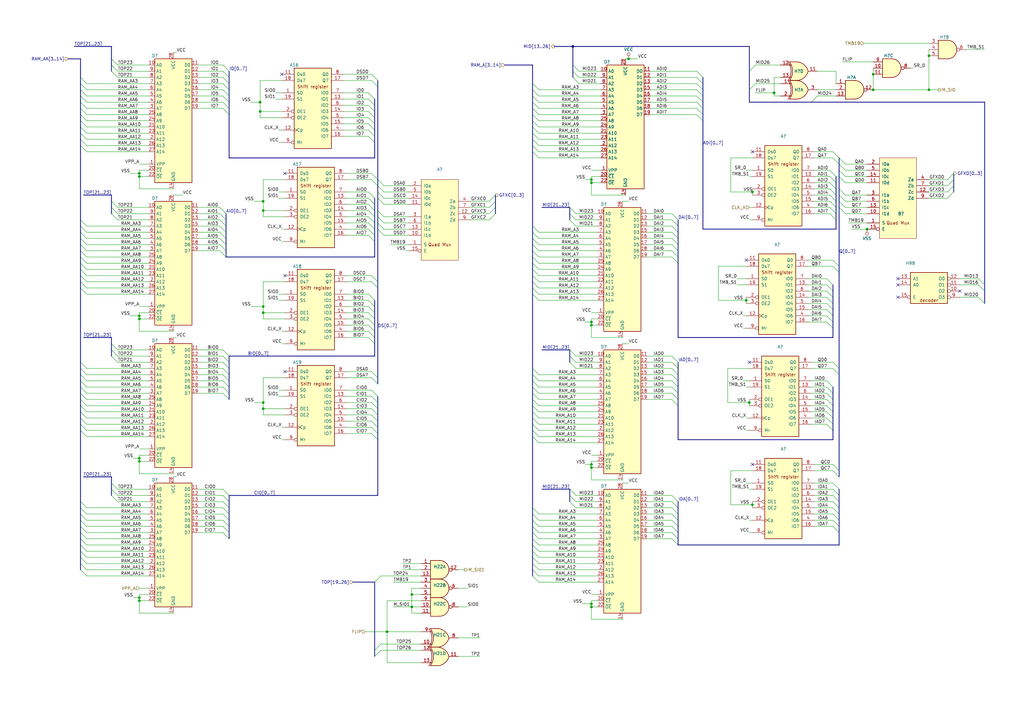
<source format=kicad_sch>
(kicad_sch (version 20211123) (generator eeschema)
  (paper "A3")
  (title_block (date "2022-04-29") (rev "J. Tejada") (company "JOTEGO") (comment 1 "Esperanza D. Triana"))
  (junction (at 242.57 73.66))
  (junction (at 308.61 78.74))
  (junction (at 381 36.83))
  (junction (at 57.15 129.54))
  (junction (at 57.15 71.12))
  (junction (at 307.34 165.1))
  (junction (at 242.57 247.65))
  (junction (at 107.95 82.55))
  (junction (at 107.95 125.73))
  (junction (at 107.95 128.27))
  (junction (at 358.14 30.48))
  (junction (at 317.5 38.1))
  (junction (at 242.57 132.08))
  (junction (at 168.91 248.92))
  (junction (at 242.57 248.92))
  (junction (at 57.15 245.11))
  (junction (at 234.95 19.05))
  (junction (at 242.57 133.35))
  (junction (at 242.57 191.77))
  (junction (at 306.07 123.19))
  (junction (at 107.95 86.36))
  (junction (at 358.14 36.83))
  (junction (at 106.68 41.91))
  (junction (at 57.15 72.39))
  (junction (at 107.95 167.64))
  (junction (at 168.91 243.84))
  (junction (at 242.57 74.93))
  (junction (at 107.95 165.1))
  (junction (at 57.15 130.81))
  (junction (at 57.15 246.38))
  (junction (at 57.15 187.96))
  (junction (at 257.81 24.13))
  (junction (at 381 22.86))
  (junction (at 355.6 93.98))
  (junction (at 106.68 45.72))
  (junction (at 308.61 207.01))
  (junction (at 242.57 190.5))
  (junction (at 57.15 189.23))
  (junction (at 158.75 259.08))
  (no_connect (at 116.84 71.12))
  (no_connect (at 308.61 62.23))
  (no_connect (at 116.84 152.4))
  (no_connect (at 368.3 116.84))
  (no_connect (at 115.57 30.48))
  (no_connect (at 368.3 114.3))
  (no_connect (at 393.7 119.38))
  (no_connect (at 306.07 106.68))
  (no_connect (at 308.61 190.5))
  (no_connect (at 307.34 148.59))
  (no_connect (at 368.3 121.92))
  (no_connect (at 116.84 113.03))
  (bus_entry (at 275.59 215.9) (size 2.54 2.54))
  (bus_entry (at 346.71 72.39) (size -2.54 -2.54))
  (bus_entry (at 220.98 44.45) (size -2.54 -2.54))
  (bus_entry (at 275.59 153.67) (size 2.54 2.54))
  (bus_entry (at 153.67 48.26) (size -2.54 -2.54))
  (bus_entry (at 93.98 29.21) (size -2.54 -2.54))
  (bus_entry (at 154.94 88.9) (size 2.54 2.54))
  (bus_entry (at 35.56 95.25) (size -2.54 -2.54))
  (bus_entry (at 275.59 161.29) (size 2.54 2.54))
  (bus_entry (at 153.67 130.81) (size -2.54 -2.54))
  (bus_entry (at 339.09 127) (size 2.54 2.54))
  (bus_entry (at 35.56 34.29) (size -2.54 -2.54))
  (bus_entry (at 93.98 148.59) (size -2.54 -2.54))
  (bus_entry (at 220.98 223.52) (size -2.54 -2.54))
  (bus_entry (at 220.98 220.98) (size -2.54 -2.54))
  (bus_entry (at 154.94 162.56) (size -2.54 -2.54))
  (bus_entry (at 220.98 176.53) (size -2.54 -2.54))
  (bus_entry (at 93.98 213.36) (size -2.54 -2.54))
  (bus_entry (at 35.56 171.45) (size -2.54 -2.54))
  (bus_entry (at 275.59 97.79) (size 2.54 2.54))
  (bus_entry (at 153.67 266.7) (size 2.54 -2.54))
  (bus_entry (at 285.75 31.75) (size 2.54 2.54))
  (bus_entry (at 236.22 203.2) (size -2.54 -2.54))
  (bus_entry (at 339.09 171.45) (size 2.54 2.54))
  (bus_entry (at 339.09 173.99) (size 2.54 2.54))
  (bus_entry (at 35.56 115.57) (size -2.54 -2.54))
  (bus_entry (at 341.63 62.23) (size 2.54 2.54))
  (bus_entry (at 203.2 85.09) (size -2.54 2.54))
  (bus_entry (at 45.72 87.63) (size 2.54 2.54))
  (bus_entry (at 93.98 146.05) (size -2.54 -2.54))
  (bus_entry (at 220.98 163.83) (size -2.54 -2.54))
  (bus_entry (at 275.59 100.33) (size 2.54 2.54))
  (bus_entry (at 153.67 269.24) (size 2.54 -2.54))
  (bus_entry (at 285.75 46.99) (size 2.54 2.54))
  (bus_entry (at 35.56 105.41) (size -2.54 -2.54))
  (bus_entry (at 93.98 163.83) (size -2.54 -2.54))
  (bus_entry (at 237.49 31.75) (size -2.54 -2.54))
  (bus_entry (at 220.98 218.44) (size -2.54 -2.54))
  (bus_entry (at 154.94 73.66) (size 2.54 2.54))
  (bus_entry (at 93.98 161.29) (size -2.54 -2.54))
  (bus_entry (at 220.98 64.77) (size -2.54 -2.54))
  (bus_entry (at 340.36 85.09) (size 2.54 2.54))
  (bus_entry (at 93.98 218.44) (size -2.54 -2.54))
  (bus_entry (at 220.98 36.83) (size -2.54 -2.54))
  (bus_entry (at 220.98 179.07) (size -2.54 -2.54))
  (bus_entry (at 35.56 49.53) (size -2.54 -2.54))
  (bus_entry (at 154.94 157.48) (size -2.54 -2.54))
  (bus_entry (at 220.98 110.49) (size -2.54 -2.54))
  (bus_entry (at 388.62 76.2) (size 2.54 -2.54))
  (bus_entry (at 341.63 190.5) (size 2.54 2.54))
  (bus_entry (at 92.71 92.71) (size -2.54 -2.54))
  (bus_entry (at 35.56 173.99) (size -2.54 -2.54))
  (bus_entry (at 93.98 41.91) (size -2.54 -2.54))
  (bus_entry (at 45.72 143.51) (size 2.54 2.54))
  (bus_entry (at 35.56 231.14) (size -2.54 -2.54))
  (bus_entry (at 340.36 72.39) (size 2.54 2.54))
  (bus_entry (at 220.98 46.99) (size -2.54 -2.54))
  (bus_entry (at 35.56 100.33) (size -2.54 -2.54))
  (bus_entry (at 93.98 31.75) (size -2.54 -2.54))
  (bus_entry (at 275.59 148.59) (size 2.54 2.54))
  (bus_entry (at 341.63 148.59) (size 2.54 2.54))
  (bus_entry (at 45.72 203.2) (size 2.54 2.54))
  (bus_entry (at 339.09 161.29) (size 2.54 2.54))
  (bus_entry (at 93.98 151.13) (size -2.54 -2.54))
  (bus_entry (at 154.94 167.64) (size -2.54 -2.54))
  (bus_entry (at 275.59 156.21) (size 2.54 2.54))
  (bus_entry (at 346.71 80.01) (size -2.54 -2.54))
  (bus_entry (at 237.49 34.29) (size -2.54 -2.54))
  (bus_entry (at 275.59 102.87) (size 2.54 2.54))
  (bus_entry (at 35.56 228.6) (size -2.54 -2.54))
  (bus_entry (at 220.98 54.61) (size -2.54 -2.54))
  (bus_entry (at 154.94 76.2) (size -2.54 -2.54))
  (bus_entry (at 220.98 161.29) (size -2.54 -2.54))
  (bus_entry (at 153.67 53.34) (size -2.54 -2.54))
  (bus_entry (at 35.56 213.36) (size -2.54 -2.54))
  (bus_entry (at 93.98 39.37) (size -2.54 -2.54))
  (bus_entry (at 35.56 54.61) (size -2.54 -2.54))
  (bus_entry (at 93.98 203.2) (size -2.54 -2.54))
  (bus_entry (at 93.98 205.74) (size -2.54 -2.54))
  (bus_entry (at 153.67 43.18) (size -2.54 -2.54))
  (bus_entry (at 341.63 208.28) (size 2.54 2.54))
  (bus_entry (at 154.94 175.26) (size -2.54 -2.54))
  (bus_entry (at 153.67 133.35) (size -2.54 -2.54))
  (bus_entry (at 220.98 107.95) (size -2.54 -2.54))
  (bus_entry (at 340.36 80.01) (size 2.54 2.54))
  (bus_entry (at 154.94 154.94) (size -2.54 -2.54))
  (bus_entry (at 275.59 210.82) (size 2.54 2.54))
  (bus_entry (at 275.59 208.28) (size 2.54 2.54))
  (bus_entry (at 45.72 29.21) (size 2.54 2.54))
  (bus_entry (at 35.56 41.91) (size -2.54 -2.54))
  (bus_entry (at 388.62 81.28) (size 2.54 -2.54))
  (bus_entry (at 285.75 44.45) (size 2.54 2.54))
  (bus_entry (at 220.98 215.9) (size -2.54 -2.54))
  (bus_entry (at 341.63 203.2) (size 2.54 2.54))
  (bus_entry (at 341.63 213.36) (size 2.54 2.54))
  (bus_entry (at 35.56 208.28) (size -2.54 -2.54))
  (bus_entry (at 220.98 233.68) (size -2.54 -2.54))
  (bus_entry (at 203.2 80.01) (size -2.54 2.54))
  (bus_entry (at 153.67 238.76) (size 2.54 -2.54))
  (bus_entry (at 346.71 74.93) (size -2.54 -2.54))
  (bus_entry (at 92.71 105.41) (size -2.54 -2.54))
  (bus_entry (at 309.88 34.29) (size -2.54 2.54))
  (bus_entry (at 340.36 82.55) (size 2.54 2.54))
  (bus_entry (at 275.59 146.05) (size 2.54 2.54))
  (bus_entry (at 341.63 151.13) (size 2.54 2.54))
  (bus_entry (at 93.98 208.28) (size -2.54 -2.54))
  (bus_entry (at 341.63 106.68) (size 2.54 2.54))
  (bus_entry (at 92.71 87.63) (size -2.54 -2.54))
  (bus_entry (at 339.09 166.37) (size 2.54 2.54))
  (bus_entry (at 275.59 92.71) (size 2.54 2.54))
  (bus_entry (at 154.94 115.57) (size -2.54 -2.54))
  (bus_entry (at 93.98 158.75) (size -2.54 -2.54))
  (bus_entry (at 153.67 91.44) (size -2.54 -2.54))
  (bus_entry (at 341.63 200.66) (size 2.54 2.54))
  (bus_entry (at 45.72 82.55) (size 2.54 2.54))
  (bus_entry (at 153.67 96.52) (size -2.54 -2.54))
  (bus_entry (at 339.09 119.38) (size 2.54 2.54))
  (bus_entry (at 203.2 82.55) (size -2.54 2.54))
  (bus_entry (at 153.67 58.42) (size -2.54 -2.54))
  (bus_entry (at 285.75 36.83) (size 2.54 2.54))
  (bus_entry (at 35.56 118.11) (size -2.54 -2.54))
  (bus_entry (at 339.09 124.46) (size 2.54 2.54))
  (bus_entry (at 45.72 26.67) (size 2.54 2.54))
  (bus_entry (at 93.98 220.98) (size -2.54 -2.54))
  (bus_entry (at 339.09 132.08) (size 2.54 2.54))
  (bus_entry (at 401.32 114.3) (size 2.54 2.54))
  (bus_entry (at 341.63 205.74) (size 2.54 2.54))
  (bus_entry (at 153.67 138.43) (size -2.54 -2.54))
  (bus_entry (at 275.59 205.74) (size 2.54 2.54))
  (bus_entry (at 154.94 78.74) (size 2.54 2.54))
  (bus_entry (at 35.56 210.82) (size -2.54 -2.54))
  (bus_entry (at 35.56 44.45) (size -2.54 -2.54))
  (bus_entry (at 220.98 166.37) (size -2.54 -2.54))
  (bus_entry (at 93.98 36.83) (size -2.54 -2.54))
  (bus_entry (at 92.71 90.17) (size -2.54 -2.54))
  (bus_entry (at 346.71 85.09) (size -2.54 -2.54))
  (bus_entry (at 220.98 158.75) (size -2.54 -2.54))
  (bus_entry (at 154.94 172.72) (size -2.54 -2.54))
  (bus_entry (at 35.56 110.49) (size -2.54 -2.54))
  (bus_entry (at 220.98 49.53) (size -2.54 -2.54))
  (bus_entry (at 153.67 45.72) (size -2.54 -2.54))
  (bus_entry (at 35.56 215.9) (size -2.54 -2.54))
  (bus_entry (at 35.56 220.98) (size -2.54 -2.54))
  (bus_entry (at 346.71 67.31) (size -2.54 -2.54))
  (bus_entry (at 35.56 226.06) (size -2.54 -2.54))
  (bus_entry (at 220.98 115.57) (size -2.54 -2.54))
  (bus_entry (at 275.59 151.13) (size 2.54 2.54))
  (bus_entry (at 237.49 29.21) (size -2.54 -2.54))
  (bus_entry (at 35.56 113.03) (size -2.54 -2.54))
  (bus_entry (at 93.98 153.67) (size -2.54 -2.54))
  (bus_entry (at 341.63 109.22) (size 2.54 2.54))
  (bus_entry (at 45.72 24.13) (size 2.54 2.54))
  (bus_entry (at 401.32 121.92) (size 2.54 2.54))
  (bus_entry (at 35.56 39.37) (size -2.54 -2.54))
  (bus_entry (at 153.67 128.27) (size -2.54 -2.54))
  (bus_entry (at 45.72 85.09) (size 2.54 2.54))
  (bus_entry (at 220.98 100.33) (size -2.54 -2.54))
  (bus_entry (at 35.56 57.15) (size -2.54 -2.54))
  (bus_entry (at 341.63 210.82) (size 2.54 2.54))
  (bus_entry (at 153.67 81.28) (size -2.54 -2.54))
  (bus_entry (at 45.72 140.97) (size 2.54 2.54))
  (bus_entry (at 220.98 173.99) (size -2.54 -2.54))
  (bus_entry (at 203.2 87.63) (size -2.54 2.54))
  (bus_entry (at 341.63 64.77) (size 2.54 2.54))
  (bus_entry (at 275.59 163.83) (size 2.54 2.54))
  (bus_entry (at 154.94 170.18) (size -2.54 -2.54))
  (bus_entry (at 285.75 34.29) (size 2.54 2.54))
  (bus_entry (at 236.22 205.74) (size -2.54 -2.54))
  (bus_entry (at 220.98 59.69) (size -2.54 -2.54))
  (bus_entry (at 285.75 41.91) (size 2.54 2.54))
  (bus_entry (at 220.98 168.91) (size -2.54 -2.54))
  (bus_entry (at 346.71 69.85) (size -2.54 -2.54))
  (bus_entry (at 220.98 226.06) (size -2.54 -2.54))
  (bus_entry (at 154.94 33.02) (size -2.54 -2.54))
  (bus_entry (at 339.09 158.75) (size 2.54 2.54))
  (bus_entry (at 93.98 34.29) (size -2.54 -2.54))
  (bus_entry (at 35.56 92.71) (size -2.54 -2.54))
  (bus_entry (at 35.56 161.29) (size -2.54 -2.54))
  (bus_entry (at 340.36 77.47) (size 2.54 2.54))
  (bus_entry (at 154.94 177.8) (size -2.54 -2.54))
  (bus_entry (at 154.94 93.98) (size 2.54 2.54))
  (bus_entry (at 154.94 91.44) (size 2.54 2.54))
  (bus_entry (at 92.71 100.33) (size -2.54 -2.54))
  (bus_entry (at 92.71 97.79) (size -2.54 -2.54))
  (bus_entry (at 236.22 148.59) (size -2.54 -2.54))
  (bus_entry (at 339.09 121.92) (size 2.54 2.54))
  (bus_entry (at 153.67 55.88) (size -2.54 -2.54))
  (bus_entry (at 153.67 123.19) (size -2.54 -2.54))
  (bus_entry (at 35.56 236.22) (size -2.54 -2.54))
  (bus_entry (at 236.22 90.17) (size -2.54 -2.54))
  (bus_entry (at 35.56 97.79) (size -2.54 -2.54))
  (bus_entry (at 154.94 35.56) (size -2.54 -2.54))
  (bus_entry (at 35.56 120.65) (size -2.54 -2.54))
  (bus_entry (at 220.98 231.14) (size -2.54 -2.54))
  (bus_entry (at 285.75 29.21) (size 2.54 2.54))
  (bus_entry (at 35.56 52.07) (size -2.54 -2.54))
  (bus_entry (at 339.09 116.84) (size 2.54 2.54))
  (bus_entry (at 339.09 163.83) (size 2.54 2.54))
  (bus_entry (at 332.74 41.91) (size 2.54 -2.54))
  (bus_entry (at 388.62 73.66) (size 2.54 -2.54))
  (bus_entry (at 153.67 99.06) (size -2.54 -2.54))
  (bus_entry (at 220.98 156.21) (size -2.54 -2.54))
  (bus_entry (at 154.94 165.1) (size -2.54 -2.54))
  (bus_entry (at 153.67 125.73) (size -2.54 -2.54))
  (bus_entry (at 346.71 82.55) (size -2.54 -2.54))
  (bus_entry (at 92.71 95.25) (size -2.54 -2.54))
  (bus_entry (at 220.98 120.65) (size -2.54 -2.54))
  (bus_entry (at 35.56 179.07) (size -2.54 -2.54))
  (bus_entry (at 35.56 151.13) (size -2.54 -2.54))
  (bus_entry (at 218.44 92.71) (size 2.54 2.54))
  (bus_entry (at 236.22 146.05) (size -2.54 -2.54))
  (bus_entry (at 401.32 116.84) (size 2.54 2.54))
  (bus_entry (at 35.56 107.95) (size -2.54 -2.54))
  (bus_entry (at 220.98 52.07) (size -2.54 -2.54))
  (bus_entry (at 220.98 171.45) (size -2.54 -2.54))
  (bus_entry (at 35.56 156.21) (size -2.54 -2.54))
  (bus_entry (at 220.98 213.36) (size -2.54 -2.54))
  (bus_entry (at 339.09 156.21) (size 2.54 2.54))
  (bus_entry (at 154.94 81.28) (size 2.54 2.54))
  (bus_entry (at 236.22 208.28) (size -2.54 -2.54))
  (bus_entry (at 275.59 158.75) (size 2.54 2.54))
  (bus_entry (at 45.72 146.05) (size 2.54 2.54))
  (bus_entry (at 275.59 90.17) (size 2.54 2.54))
  (bus_entry (at 236.22 151.13) (size -2.54 -2.54))
  (bus_entry (at 236.22 87.63) (size -2.54 -2.54))
  (bus_entry (at 339.09 114.3) (size 2.54 2.54))
  (bus_entry (at 154.94 76.2) (size 2.54 2.54))
  (bus_entry (at 275.59 203.2) (size 2.54 2.54))
  (bus_entry (at 45.72 200.66) (size 2.54 2.54))
  (bus_entry (at 236.22 92.71) (size -2.54 -2.54))
  (bus_entry (at 153.67 140.97) (size -2.54 -2.54))
  (bus_entry (at 92.71 102.87) (size -2.54 -2.54))
  (bus_entry (at 93.98 215.9) (size -2.54 -2.54))
  (bus_entry (at 340.36 69.85) (size 2.54 2.54))
  (bus_entry (at 220.98 181.61) (size -2.54 -2.54))
  (bus_entry (at 220.98 105.41) (size -2.54 -2.54))
  (bus_entry (at 285.75 39.37) (size 2.54 2.54))
  (bus_entry (at 35.56 158.75) (size -2.54 -2.54))
  (bus_entry (at 346.71 87.63) (size -2.54 -2.54))
  (bus_entry (at 35.56 62.23) (size -2.54 -2.54))
  (bus_entry (at 93.98 44.45) (size -2.54 -2.54))
  (bus_entry (at 153.67 135.89) (size -2.54 -2.54))
  (bus_entry (at 340.36 74.93) (size 2.54 2.54))
  (bus_entry (at 220.98 228.6) (size -2.54 -2.54))
  (bus_entry (at 220.98 97.79) (size -2.54 -2.54))
  (bus_entry (at 220.98 41.91) (size -2.54 -2.54))
  (bus_entry (at 153.67 88.9) (size -2.54 -2.54))
  (bus_entry (at 220.98 102.87) (size -2.54 -2.54))
  (bus_entry (at 35.56 168.91) (size -2.54 -2.54))
  (bus_entry (at 153.67 86.36) (size -2.54 -2.54))
  (bus_entry (at 220.98 210.82) (size -2.54 -2.54))
  (bus_entry (at 35.56 153.67) (size -2.54 -2.54))
  (bus_entry (at 275.59 213.36) (size 2.54 2.54))
  (bus_entry (at 93.98 46.99) (size -2.54 -2.54))
  (bus_entry (at 341.63 193.04) (size 2.54 2.54))
  (bus_entry (at 35.56 36.83) (size -2.54 -2.54))
  (bus_entry (at 388.62 78.74) (size 2.54 -2.54))
  (bus_entry (at 275.59 218.44) (size 2.54 2.54))
  (bus_entry (at 153.67 50.8) (size -2.54 -2.54))
  (bus_entry (at 275.59 220.98) (size 2.54 2.54))
  (bus_entry (at 275.59 95.25) (size 2.54 2.54))
  (bus_entry (at 45.72 198.12) (size 2.54 2.54))
  (bus_entry (at 93.98 156.21) (size -2.54 -2.54))
  (bus_entry (at 154.94 118.11) (size -2.54 -2.54))
  (bus_entry (at 153.67 83.82) (size -2.54 -2.54))
  (bus_entry (at 220.98 57.15) (size -2.54 -2.54))
  (bus_entry (at 35.56 176.53) (size -2.54 -2.54))
  (bus_entry (at 220.98 153.67) (size -2.54 -2.54))
  (bus_entry (at 35.56 233.68) (size -2.54 -2.54))
  (bus_entry (at 275.59 105.41) (size 2.54 2.54))
  (bus_entry (at 341.63 215.9) (size 2.54 2.54))
  (bus_entry (at 35.56 46.99) (size -2.54 -2.54))
  (bus_entry (at 220.98 238.76) (size -2.54 -2.54))
  (bus_entry (at 154.94 86.36) (size 2.54 2.54))
  (bus_entry (at 35.56 223.52) (size -2.54 -2.54))
  (bus_entry (at 220.98 236.22) (size -2.54 -2.54))
  (bus_entry (at 220.98 39.37) (size -2.54 -2.54))
  (bus_entry (at 341.63 198.12) (size 2.54 2.54))
  (bus_entry (at 307.34 29.21) (size 2.54 -2.54))
  (bus_entry (at 220.98 62.23) (size -2.54 -2.54))
  (bus_entry (at 153.67 40.64) (size -2.54 -2.54))
  (bus_entry (at 220.98 123.19) (size -2.54 -2.54))
  (bus_entry (at 220.98 118.11) (size -2.54 -2.54))
  (bus_entry (at 153.67 93.98) (size -2.54 -2.54))
  (bus_entry (at 35.56 163.83) (size -2.54 -2.54))
  (bus_entry (at 339.09 168.91) (size 2.54 2.54))
  (bus_entry (at 154.94 180.34) (size -2.54 -2.54))
  (bus_entry (at 35.56 59.69) (size -2.54 -2.54))
  (bus_entry (at 339.09 129.54) (size 2.54 2.54))
  (bus_entry (at 220.98 113.03) (size -2.54 -2.54))
  (bus_entry (at 35.56 218.44) (size -2.54 -2.54))
  (bus_entry (at 340.36 87.63) (size 2.54 2.54))
  (bus_entry (at 35.56 166.37) (size -2.54 -2.54))
  (bus_entry (at 35.56 102.87) (size -2.54 -2.54))
  (bus_entry (at 93.98 210.82) (size -2.54 -2.54))
  (bus_entry (at 154.94 73.66) (size -2.54 -2.54))
  (bus_entry (at 275.59 87.63) (size 2.54 2.54))
  (wire (pts (xy 236.22 208.28) (xy 245.11 208.28)))
  (wire (pts (xy 35.56 231.14) (xy 60.96 231.14)))
  (wire (pts (xy 265.43 102.87) (xy 275.59 102.87)))
  (wire (pts (xy 265.43 203.2) (xy 275.59 203.2)))
  (wire (pts (xy 81.28 100.33) (xy 90.17 100.33)))
  (wire (pts (xy 245.11 95.25) (xy 220.98 95.25)))
  (bus (pts (xy 344.17 208.28) (xy 344.17 210.82)))
  (wire (pts (xy 142.24 130.81) (xy 151.13 130.81)))
  (wire (pts (xy 81.28 34.29) (xy 91.44 34.29)))
  (bus (pts (xy 278.13 215.9) (xy 278.13 218.44)))
  (bus (pts (xy 234.95 26.67) (xy 234.95 29.21)))
  (wire (pts (xy 308.61 207.01) (xy 308.61 208.28)))
  (wire (pts (xy 332.74 163.83) (xy 339.09 163.83)))
  (bus (pts (xy 288.29 41.91) (xy 288.29 44.45)))
  (bus (pts (xy 33.02 115.57) (xy 33.02 118.11)))
  (wire (pts (xy 265.43 97.79) (xy 275.59 97.79)))
  (wire (pts (xy 60.96 148.59) (xy 48.26 148.59)))
  (bus (pts (xy 33.02 166.37) (xy 33.02 168.91)))
  (wire (pts (xy 307.34 166.37) (xy 307.34 165.1)))
  (wire (pts (xy 242.57 130.81) (xy 245.11 130.81)))
  (wire (pts (xy 81.28 36.83) (xy 91.44 36.83)))
  (bus (pts (xy 153.67 43.18) (xy 153.67 45.72)))
  (bus (pts (xy 307.34 36.83) (xy 307.34 41.91)))
  (wire (pts (xy 246.38 31.75) (xy 237.49 31.75)))
  (wire (pts (xy 308.61 78.74) (xy 308.61 80.01)))
  (bus (pts (xy 93.98 151.13) (xy 93.98 153.67)))
  (wire (pts (xy 167.64 96.52) (xy 157.48 96.52)))
  (bus (pts (xy 33.02 220.98) (xy 33.02 223.52)))
  (wire (pts (xy 245.11 123.19) (xy 220.98 123.19)))
  (bus (pts (xy 344.17 64.77) (xy 344.17 67.31)))
  (wire (pts (xy 334.01 205.74) (xy 341.63 205.74)))
  (bus (pts (xy 218.44 110.49) (xy 218.44 113.03)))
  (wire (pts (xy 167.64 93.98) (xy 157.48 93.98)))
  (wire (pts (xy 200.66 90.17) (xy 193.04 90.17)))
  (wire (pts (xy 220.98 100.33) (xy 245.11 100.33)))
  (bus (pts (xy 218.44 52.07) (xy 218.44 54.61)))
  (bus (pts (xy 33.02 110.49) (xy 33.02 113.03)))
  (wire (pts (xy 341.63 210.82) (xy 334.01 210.82)))
  (wire (pts (xy 266.7 29.21) (xy 285.75 29.21)))
  (wire (pts (xy 220.98 102.87) (xy 245.11 102.87)))
  (wire (pts (xy 335.28 36.83) (xy 342.9 36.83)))
  (wire (pts (xy 307.34 85.09) (xy 308.61 85.09)))
  (wire (pts (xy 220.98 223.52) (xy 245.11 223.52)))
  (bus (pts (xy 344.17 82.55) (xy 344.17 85.09)))
  (wire (pts (xy 220.98 44.45) (xy 246.38 44.45)))
  (bus (pts (xy 153.67 96.52) (xy 153.67 99.06)))
  (bus (pts (xy 33.02 173.99) (xy 33.02 176.53)))
  (bus (pts (xy 33.02 36.83) (xy 33.02 39.37)))
  (wire (pts (xy 35.56 168.91) (xy 60.96 168.91)))
  (bus (pts (xy 33.02 158.75) (xy 33.02 161.29)))
  (bus (pts (xy 218.44 176.53) (xy 218.44 179.07)))
  (bus (pts (xy 33.02 24.13) (xy 27.94 24.13)))
  (bus (pts (xy 307.34 41.91) (xy 332.74 41.91)))
  (wire (pts (xy 107.95 115.57) (xy 107.95 125.73)))
  (bus (pts (xy 344.17 200.66) (xy 344.17 203.2)))
  (wire (pts (xy 48.26 146.05) (xy 60.96 146.05)))
  (wire (pts (xy 57.15 67.31) (xy 60.96 67.31)))
  (bus (pts (xy 218.44 57.15) (xy 218.44 59.69)))
  (bus (pts (xy 218.44 118.11) (xy 218.44 120.65)))
  (wire (pts (xy 35.56 105.41) (xy 60.96 105.41)))
  (wire (pts (xy 317.5 38.1) (xy 309.88 38.1)))
  (wire (pts (xy 48.26 203.2) (xy 60.96 203.2)))
  (bus (pts (xy 344.17 193.04) (xy 344.17 195.58)))
  (wire (pts (xy 35.56 46.99) (xy 60.96 46.99)))
  (bus (pts (xy 33.02 228.6) (xy 33.02 231.14)))
  (wire (pts (xy 245.11 90.17) (xy 236.22 90.17)))
  (bus (pts (xy 218.44 49.53) (xy 218.44 52.07)))
  (bus (pts (xy 153.67 53.34) (xy 153.67 55.88)))
  (wire (pts (xy 307.34 200.66) (xy 308.61 200.66)))
  (wire (pts (xy 304.8 156.21) (xy 307.34 156.21)))
  (wire (pts (xy 265.43 146.05) (xy 275.59 146.05)))
  (bus (pts (xy 154.94 73.66) (xy 154.94 76.2)))
  (bus (pts (xy 33.02 107.95) (xy 33.02 110.49)))
  (bus (pts (xy 93.98 46.99) (xy 93.98 64.77)))
  (bus (pts (xy 218.44 161.29) (xy 218.44 163.83)))
  (bus (pts (xy 154.94 165.1) (xy 154.94 167.64)))
  (bus (pts (xy 154.94 162.56) (xy 154.94 165.1)))
  (wire (pts (xy 261.62 24.13) (xy 257.81 24.13)))
  (wire (pts (xy 342.9 29.21) (xy 335.28 29.21)))
  (bus (pts (xy 344.17 210.82) (xy 344.17 213.36)))
  (wire (pts (xy 116.84 128.27) (xy 107.95 128.27)))
  (bus (pts (xy 233.68 85.09) (xy 233.68 87.63)))
  (wire (pts (xy 167.64 76.2) (xy 157.48 76.2)))
  (bus (pts (xy 33.02 90.17) (xy 33.02 92.71)))
  (bus (pts (xy 153.67 238.76) (xy 144.78 238.76)))
  (wire (pts (xy 167.64 91.44) (xy 157.48 91.44)))
  (wire (pts (xy 245.11 205.74) (xy 236.22 205.74)))
  (wire (pts (xy 246.38 64.77) (xy 220.98 64.77)))
  (wire (pts (xy 299.72 207.01) (xy 308.61 207.01)))
  (bus (pts (xy 342.9 85.09) (xy 342.9 87.63)))
  (wire (pts (xy 265.43 161.29) (xy 275.59 161.29)))
  (wire (pts (xy 275.59 90.17) (xy 265.43 90.17)))
  (wire (pts (xy 308.61 193.04) (xy 299.72 193.04)))
  (bus (pts (xy 218.44 105.41) (xy 218.44 107.95)))
  (bus (pts (xy 218.44 179.07) (xy 218.44 208.28)))
  (bus (pts (xy 234.95 19.05) (xy 234.95 26.67)))
  (wire (pts (xy 81.28 148.59) (xy 91.44 148.59)))
  (wire (pts (xy 220.98 158.75) (xy 245.11 158.75)))
  (bus (pts (xy 278.13 153.67) (xy 278.13 156.21)))
  (wire (pts (xy 81.28 92.71) (xy 90.17 92.71)))
  (wire (pts (xy 81.28 153.67) (xy 91.44 153.67)))
  (wire (pts (xy 168.91 251.46) (xy 172.72 251.46)))
  (bus (pts (xy 33.02 105.41) (xy 33.02 107.95)))
  (wire (pts (xy 57.15 130.81) (xy 57.15 135.89)))
  (bus (pts (xy 45.72 138.43) (xy 34.29 138.43)))
  (wire (pts (xy 237.49 29.21) (xy 246.38 29.21)))
  (wire (pts (xy 306.07 123.19) (xy 306.07 124.46)))
  (wire (pts (xy 106.68 33.02) (xy 106.68 41.91)))
  (wire (pts (xy 57.15 194.31) (xy 71.12 194.31)))
  (bus (pts (xy 153.67 266.7) (xy 153.67 269.24)))
  (wire (pts (xy 57.15 243.84) (xy 60.96 243.84)))
  (bus (pts (xy 218.44 97.79) (xy 218.44 100.33)))
  (bus (pts (xy 233.68 143.51) (xy 233.68 146.05)))
  (bus (pts (xy 153.67 128.27) (xy 153.67 130.81)))
  (bus (pts (xy 92.71 105.41) (xy 153.67 105.41)))
  (bus (pts (xy 218.44 100.33) (xy 218.44 102.87)))
  (wire (pts (xy 275.59 100.33) (xy 265.43 100.33)))
  (wire (pts (xy 35.56 213.36) (xy 60.96 213.36)))
  (bus (pts (xy 153.67 138.43) (xy 153.67 140.97)))
  (wire (pts (xy 331.47 124.46) (xy 339.09 124.46)))
  (wire (pts (xy 167.64 78.74) (xy 157.48 78.74)))
  (wire (pts (xy 81.28 85.09) (xy 90.17 85.09)))
  (wire (pts (xy 81.28 29.21) (xy 91.44 29.21)))
  (wire (pts (xy 35.56 171.45) (xy 60.96 171.45)))
  (bus (pts (xy 33.02 213.36) (xy 33.02 215.9)))
  (wire (pts (xy 113.03 38.1) (xy 115.57 38.1)))
  (wire (pts (xy 242.57 246.38) (xy 245.11 246.38)))
  (bus (pts (xy 234.95 29.21) (xy 234.95 31.75)))
  (wire (pts (xy 114.3 120.65) (xy 116.84 120.65)))
  (wire (pts (xy 57.15 69.85) (xy 60.96 69.85)))
  (bus (pts (xy 33.02 24.13) (xy 33.02 31.75)))
  (wire (pts (xy 172.72 246.38) (xy 158.75 246.38)))
  (bus (pts (xy 33.02 208.28) (xy 33.02 210.82)))
  (bus (pts (xy 344.17 151.13) (xy 344.17 153.67)))
  (wire (pts (xy 142.24 71.12) (xy 152.4 71.12)))
  (wire (pts (xy 220.98 161.29) (xy 245.11 161.29)))
  (wire (pts (xy 334.01 77.47) (xy 340.36 77.47)))
  (wire (pts (xy 107.95 167.64) (xy 107.95 170.18)))
  (wire (pts (xy 35.56 52.07) (xy 60.96 52.07)))
  (bus (pts (xy 154.94 33.02) (xy 154.94 35.56)))
  (wire (pts (xy 220.98 215.9) (xy 245.11 215.9)))
  (wire (pts (xy 53.34 129.54) (xy 57.15 129.54)))
  (bus (pts (xy 45.72 80.01) (xy 45.72 82.55)))
  (wire (pts (xy 339.09 173.99) (xy 332.74 173.99)))
  (wire (pts (xy 341.63 215.9) (xy 334.01 215.9)))
  (wire (pts (xy 72.39 195.58) (xy 71.12 195.58)))
  (bus (pts (xy 218.44 54.61) (xy 218.44 57.15)))
  (bus (pts (xy 45.72 19.05) (xy 30.48 19.05)))
  (bus (pts (xy 33.02 39.37) (xy 33.02 41.91)))
  (bus (pts (xy 344.17 69.85) (xy 344.17 72.39)))
  (wire (pts (xy 115.57 135.89) (xy 116.84 135.89)))
  (wire (pts (xy 266.7 34.29) (xy 285.75 34.29)))
  (wire (pts (xy 257.81 198.12) (xy 255.27 198.12)))
  (bus (pts (xy 153.67 135.89) (xy 153.67 138.43)))
  (wire (pts (xy 334.01 62.23) (xy 341.63 62.23)))
  (wire (pts (xy 172.72 231.14) (xy 165.1 231.14)))
  (wire (pts (xy 306.07 69.85) (xy 308.61 69.85)))
  (wire (pts (xy 172.72 241.3) (xy 168.91 241.3)))
  (wire (pts (xy 220.98 62.23) (xy 246.38 62.23)))
  (bus (pts (xy 342.9 82.55) (xy 342.9 85.09)))
  (wire (pts (xy 60.96 90.17) (xy 48.26 90.17)))
  (wire (pts (xy 35.56 41.91) (xy 60.96 41.91)))
  (wire (pts (xy 48.26 143.51) (xy 60.96 143.51)))
  (wire (pts (xy 245.11 213.36) (xy 220.98 213.36)))
  (bus (pts (xy 154.94 35.56) (xy 154.94 73.66)))
  (wire (pts (xy 35.56 179.07) (xy 60.96 179.07)))
  (wire (pts (xy 245.11 226.06) (xy 220.98 226.06)))
  (wire (pts (xy 242.57 72.39) (xy 242.57 73.66)))
  (wire (pts (xy 388.62 76.2) (xy 381 76.2)))
  (wire (pts (xy 35.56 120.65) (xy 60.96 120.65)))
  (wire (pts (xy 57.15 71.12) (xy 57.15 72.39)))
  (bus (pts (xy 93.98 213.36) (xy 93.98 215.9)))
  (wire (pts (xy 304.8 129.54) (xy 306.07 129.54)))
  (bus (pts (xy 341.63 134.62) (xy 341.63 138.43)))
  (wire (pts (xy 81.28 143.51) (xy 91.44 143.51)))
  (bus (pts (xy 278.13 95.25) (xy 278.13 97.79)))
  (wire (pts (xy 246.38 39.37) (xy 220.98 39.37)))
  (wire (pts (xy 275.59 148.59) (xy 265.43 148.59)))
  (wire (pts (xy 200.66 87.63) (xy 193.04 87.63)))
  (wire (pts (xy 346.71 72.39) (xy 355.6 72.39)))
  (bus (pts (xy 332.74 41.91) (xy 403.86 41.91)))
  (wire (pts (xy 245.11 210.82) (xy 220.98 210.82)))
  (bus (pts (xy 218.44 95.25) (xy 218.44 97.79)))
  (wire (pts (xy 242.57 130.81) (xy 242.57 132.08)))
  (bus (pts (xy 344.17 85.09) (xy 344.17 109.22)))
  (bus (pts (xy 33.02 226.06) (xy 33.02 228.6)))
  (wire (pts (xy 306.07 109.22) (xy 294.64 109.22)))
  (wire (pts (xy 57.15 245.11) (xy 57.15 246.38)))
  (bus (pts (xy 154.94 177.8) (xy 154.94 180.34)))
  (wire (pts (xy 35.56 173.99) (xy 60.96 173.99)))
  (bus (pts (xy 218.44 223.52) (xy 218.44 226.06)))
  (wire (pts (xy 307.34 218.44) (xy 308.61 218.44)))
  (wire (pts (xy 142.24 177.8) (xy 152.4 177.8)))
  (bus (pts (xy 33.02 163.83) (xy 33.02 166.37)))
  (bus (pts (xy 45.72 200.66) (xy 45.72 203.2)))
  (bus (pts (xy 154.94 115.57) (xy 154.94 118.11)))
  (wire (pts (xy 57.15 128.27) (xy 57.15 129.54)))
  (wire (pts (xy 156.21 264.16) (xy 172.72 264.16)))
  (wire (pts (xy 220.98 236.22) (xy 245.11 236.22)))
  (wire (pts (xy 381 81.28) (xy 388.62 81.28)))
  (bus (pts (xy 278.13 161.29) (xy 278.13 163.83)))
  (wire (pts (xy 35.56 102.87) (xy 60.96 102.87)))
  (wire (pts (xy 107.95 165.1) (xy 104.14 165.1)))
  (bus (pts (xy 218.44 36.83) (xy 218.44 39.37)))
  (wire (pts (xy 334.01 203.2) (xy 341.63 203.2)))
  (bus (pts (xy 33.02 151.13) (xy 33.02 153.67)))
  (wire (pts (xy 72.39 21.59) (xy 71.12 21.59)))
  (wire (pts (xy 331.47 106.68) (xy 341.63 106.68)))
  (bus (pts (xy 218.44 163.83) (xy 218.44 166.37)))
  (wire (pts (xy 102.87 125.73) (xy 107.95 125.73)))
  (bus (pts (xy 218.44 44.45) (xy 218.44 46.99)))
  (wire (pts (xy 332.74 148.59) (xy 341.63 148.59)))
  (bus (pts (xy 45.72 80.01) (xy 34.29 80.01)))
  (bus (pts (xy 154.94 180.34) (xy 154.94 203.2)))
  (bus (pts (xy 33.02 34.29) (xy 33.02 36.83)))
  (wire (pts (xy 374.65 27.94) (xy 373.38 27.94)))
  (bus (pts (xy 33.02 49.53) (xy 33.02 52.07)))
  (bus (pts (xy 153.67 83.82) (xy 153.67 86.36)))
  (bus (pts (xy 218.44 115.57) (xy 218.44 118.11)))
  (bus (pts (xy 218.44 46.99) (xy 218.44 49.53)))
  (bus (pts (xy 153.67 91.44) (xy 153.67 93.98)))
  (wire (pts (xy 142.24 133.35) (xy 151.13 133.35)))
  (wire (pts (xy 116.84 73.66) (xy 107.95 73.66)))
  (wire (pts (xy 242.57 254) (xy 242.57 248.92)))
  (wire (pts (xy 115.57 33.02) (xy 106.68 33.02)))
  (bus (pts (xy 45.72 195.58) (xy 45.72 198.12)))
  (wire (pts (xy 332.74 171.45) (xy 339.09 171.45)))
  (bus (pts (xy 218.44 210.82) (xy 218.44 213.36)))
  (bus (pts (xy 278.13 107.95) (xy 278.13 138.43)))
  (wire (pts (xy 114.3 123.19) (xy 116.84 123.19)))
  (wire (pts (xy 220.98 218.44) (xy 245.11 218.44)))
  (bus (pts (xy 154.94 86.36) (xy 154.94 88.9)))
  (bus (pts (xy 45.72 198.12) (xy 45.72 200.66)))
  (bus (pts (xy 341.63 119.38) (xy 341.63 121.92)))
  (bus (pts (xy 344.17 80.01) (xy 344.17 82.55)))
  (wire (pts (xy 242.57 190.5) (xy 240.03 190.5)))
  (bus (pts (xy 218.44 26.67) (xy 218.44 34.29)))
  (bus (pts (xy 93.98 146.05) (xy 93.98 148.59)))
  (wire (pts (xy 104.14 82.55) (xy 107.95 82.55)))
  (wire (pts (xy 107.95 154.94) (xy 107.95 165.1)))
  (bus (pts (xy 92.71 95.25) (xy 92.71 97.79)))
  (wire (pts (xy 142.24 115.57) (xy 152.4 115.57)))
  (bus (pts (xy 153.67 130.81) (xy 153.67 133.35)))
  (bus (pts (xy 33.02 95.25) (xy 33.02 97.79)))
  (wire (pts (xy 114.3 160.02) (xy 116.84 160.02)))
  (bus (pts (xy 288.29 34.29) (xy 288.29 36.83)))
  (wire (pts (xy 275.59 105.41) (xy 265.43 105.41)))
  (bus (pts (xy 342.9 90.17) (xy 342.9 93.98)))
  (bus (pts (xy 218.44 120.65) (xy 218.44 151.13)))
  (wire (pts (xy 317.5 31.75) (xy 320.04 31.75)))
  (wire (pts (xy 57.15 128.27) (xy 60.96 128.27)))
  (bus (pts (xy 93.98 34.29) (xy 93.98 36.83)))
  (wire (pts (xy 140.97 33.02) (xy 152.4 33.02)))
  (bus (pts (xy 342.9 80.01) (xy 342.9 82.55)))
  (wire (pts (xy 81.28 205.74) (xy 91.44 205.74)))
  (bus (pts (xy 153.67 93.98) (xy 153.67 96.52)))
  (wire (pts (xy 334.01 190.5) (xy 341.63 190.5)))
  (wire (pts (xy 116.84 86.36) (xy 107.95 86.36)))
  (wire (pts (xy 142.24 152.4) (xy 152.4 152.4)))
  (wire (pts (xy 220.98 41.91) (xy 246.38 41.91)))
  (bus (pts (xy 33.02 168.91) (xy 33.02 171.45)))
  (bus (pts (xy 33.02 231.14) (xy 33.02 233.68)))
  (bus (pts (xy 93.98 205.74) (xy 93.98 208.28)))
  (bus (pts (xy 278.13 208.28) (xy 278.13 210.82)))
  (wire (pts (xy 172.72 243.84) (xy 168.91 243.84)))
  (wire (pts (xy 81.28 39.37) (xy 91.44 39.37)))
  (bus (pts (xy 344.17 223.52) (xy 278.13 223.52)))
  (bus (pts (xy 218.44 41.91) (xy 218.44 44.45)))
  (wire (pts (xy 242.57 189.23) (xy 245.11 189.23)))
  (wire (pts (xy 81.28 158.75) (xy 91.44 158.75)))
  (bus (pts (xy 154.94 154.94) (xy 154.94 157.48)))
  (bus (pts (xy 218.44 107.95) (xy 218.44 110.49)))
  (bus (pts (xy 342.9 87.63) (xy 342.9 90.17)))
  (wire (pts (xy 220.98 107.95) (xy 245.11 107.95)))
  (wire (pts (xy 237.49 34.29) (xy 246.38 34.29)))
  (wire (pts (xy 156.21 266.7) (xy 172.72 266.7)))
  (wire (pts (xy 401.32 114.3) (xy 393.7 114.3)))
  (bus (pts (xy 154.94 76.2) (xy 154.94 78.74)))
  (bus (pts (xy 203.2 82.55) (xy 203.2 85.09)))
  (bus (pts (xy 203.2 85.09) (xy 203.2 87.63)))
  (wire (pts (xy 236.22 92.71) (xy 245.11 92.71)))
  (wire (pts (xy 142.24 165.1) (xy 152.4 165.1)))
  (bus (pts (xy 154.94 118.11) (xy 154.94 154.94)))
  (wire (pts (xy 81.28 146.05) (xy 91.44 146.05)))
  (bus (pts (xy 33.02 54.61) (xy 33.02 57.15)))
  (wire (pts (xy 196.85 261.62) (xy 187.96 261.62)))
  (wire (pts (xy 167.64 81.28) (xy 157.48 81.28)))
  (wire (pts (xy 114.3 78.74) (xy 116.84 78.74)))
  (wire (pts (xy 265.43 213.36) (xy 275.59 213.36)))
  (bus (pts (xy 278.13 151.13) (xy 278.13 153.67)))
  (bus (pts (xy 218.44 218.44) (xy 218.44 220.98)))
  (bus (pts (xy 288.29 46.99) (xy 288.29 49.53)))
  (bus (pts (xy 153.67 55.88) (xy 153.67 58.42)))
  (wire (pts (xy 35.56 156.21) (xy 60.96 156.21)))
  (bus (pts (xy 218.44 226.06) (xy 218.44 228.6)))
  (bus (pts (xy 45.72 24.13) (xy 45.72 26.67)))
  (wire (pts (xy 245.11 238.76) (xy 220.98 238.76)))
  (wire (pts (xy 334.01 85.09) (xy 340.36 85.09)))
  (wire (pts (xy 307.34 158.75) (xy 306.07 158.75)))
  (wire (pts (xy 35.56 161.29) (xy 60.96 161.29)))
  (wire (pts (xy 81.28 102.87) (xy 90.17 102.87)))
  (wire (pts (xy 140.97 38.1) (xy 151.13 38.1)))
  (wire (pts (xy 346.71 85.09) (xy 355.6 85.09)))
  (wire (pts (xy 334.01 80.01) (xy 340.36 80.01)))
  (bus (pts (xy 154.94 78.74) (xy 154.94 81.28)))
  (wire (pts (xy 35.56 115.57) (xy 60.96 115.57)))
  (wire (pts (xy 309.88 26.67) (xy 320.04 26.67)))
  (bus (pts (xy 153.67 45.72) (xy 153.67 48.26)))
  (wire (pts (xy 242.57 80.01) (xy 256.54 80.01)))
  (wire (pts (xy 142.24 93.98) (xy 151.13 93.98)))
  (wire (pts (xy 158.75 246.38) (xy 158.75 259.08)))
  (wire (pts (xy 358.14 27.94) (xy 358.14 30.48)))
  (wire (pts (xy 308.61 207.01) (xy 308.61 205.74)))
  (bus (pts (xy 288.29 31.75) (xy 288.29 34.29)))
  (wire (pts (xy 332.74 161.29) (xy 339.09 161.29)))
  (wire (pts (xy 220.98 171.45) (xy 245.11 171.45)))
  (wire (pts (xy 275.59 205.74) (xy 265.43 205.74)))
  (wire (pts (xy 275.59 215.9) (xy 265.43 215.9)))
  (wire (pts (xy 245.11 118.11) (xy 220.98 118.11)))
  (bus (pts (xy 341.63 158.75) (xy 341.63 161.29)))
  (wire (pts (xy 240.03 132.08) (xy 242.57 132.08)))
  (wire (pts (xy 142.24 113.03) (xy 152.4 113.03)))
  (bus (pts (xy 218.44 113.03) (xy 218.44 115.57)))
  (bus (pts (xy 233.68 146.05) (xy 233.68 148.59)))
  (wire (pts (xy 242.57 190.5) (xy 242.57 191.77)))
  (wire (pts (xy 142.24 81.28) (xy 151.13 81.28)))
  (bus (pts (xy 218.44 34.29) (xy 218.44 36.83)))
  (wire (pts (xy 140.97 30.48) (xy 152.4 30.48)))
  (wire (pts (xy 57.15 187.96) (xy 57.15 189.23)))
  (wire (pts (xy 265.43 156.21) (xy 275.59 156.21)))
  (bus (pts (xy 218.44 233.68) (xy 218.44 236.22)))
  (wire (pts (xy 81.28 31.75) (xy 91.44 31.75)))
  (bus (pts (xy 288.29 39.37) (xy 288.29 41.91)))
  (bus (pts (xy 341.63 121.92) (xy 341.63 124.46)))
  (wire (pts (xy 107.95 73.66) (xy 107.95 82.55)))
  (wire (pts (xy 81.28 151.13) (xy 91.44 151.13)))
  (bus (pts (xy 307.34 29.21) (xy 307.34 36.83)))
  (wire (pts (xy 168.91 243.84) (xy 168.91 248.92)))
  (bus (pts (xy 33.02 41.91) (xy 33.02 44.45)))
  (wire (pts (xy 35.56 113.03) (xy 60.96 113.03)))
  (wire (pts (xy 345.44 25.4) (xy 358.14 25.4)))
  (bus (pts (xy 218.44 62.23) (xy 218.44 92.71)))
  (bus (pts (xy 153.67 140.97) (xy 153.67 146.05)))
  (wire (pts (xy 220.98 57.15) (xy 246.38 57.15)))
  (bus (pts (xy 33.02 102.87) (xy 33.02 105.41)))
  (wire (pts (xy 275.59 163.83) (xy 265.43 163.83)))
  (wire (pts (xy 35.56 176.53) (xy 60.96 176.53)))
  (wire (pts (xy 35.56 36.83) (xy 60.96 36.83)))
  (wire (pts (xy 266.7 39.37) (xy 285.75 39.37)))
  (bus (pts (xy 278.13 102.87) (xy 278.13 105.41)))
  (bus (pts (xy 33.02 218.44) (xy 33.02 220.98)))
  (wire (pts (xy 107.95 130.81) (xy 116.84 130.81)))
  (wire (pts (xy 358.14 30.48) (xy 358.14 36.83)))
  (wire (pts (xy 320.04 39.37) (xy 317.5 39.37)))
  (bus (pts (xy 278.13 158.75) (xy 278.13 161.29)))
  (bus (pts (xy 45.72 82.55) (xy 45.72 85.09)))
  (bus (pts (xy 233.68 143.51) (xy 222.25 143.51)))
  (bus (pts (xy 93.98 39.37) (xy 93.98 41.91)))
  (wire (pts (xy 140.97 55.88) (xy 151.13 55.88)))
  (bus (pts (xy 218.44 39.37) (xy 218.44 41.91)))
  (wire (pts (xy 35.56 107.95) (xy 60.96 107.95)))
  (wire (pts (xy 35.56 95.25) (xy 60.96 95.25)))
  (bus (pts (xy 33.02 161.29) (xy 33.02 163.83)))
  (wire (pts (xy 168.91 248.92) (xy 168.91 251.46)))
  (wire (pts (xy 307.34 90.17) (xy 308.61 90.17)))
  (wire (pts (xy 275.59 220.98) (xy 265.43 220.98)))
  (bus (pts (xy 344.17 203.2) (xy 344.17 205.74)))
  (wire (pts (xy 275.59 92.71) (xy 265.43 92.71)))
  (bus (pts (xy 93.98 41.91) (xy 93.98 44.45)))
  (wire (pts (xy 142.24 160.02) (xy 152.4 160.02)))
  (wire (pts (xy 341.63 64.77) (xy 334.01 64.77)))
  (wire (pts (xy 245.11 97.79) (xy 220.98 97.79)))
  (wire (pts (xy 294.64 123.19) (xy 306.07 123.19)))
  (wire (pts (xy 167.64 83.82) (xy 157.48 83.82)))
  (wire (pts (xy 116.84 167.64) (xy 107.95 167.64)))
  (wire (pts (xy 107.95 170.18) (xy 116.84 170.18)))
  (bus (pts (xy 403.86 41.91) (xy 403.86 116.84)))
  (wire (pts (xy 35.56 158.75) (xy 60.96 158.75)))
  (wire (pts (xy 35.56 54.61) (xy 60.96 54.61)))
  (wire (pts (xy 107.95 165.1) (xy 107.95 167.64)))
  (wire (pts (xy 242.57 191.77) (xy 245.11 191.77)))
  (bus (pts (xy 342.9 93.98) (xy 288.29 93.98)))
  (bus (pts (xy 341.63 132.08) (xy 341.63 134.62)))
  (bus (pts (xy 153.67 123.19) (xy 153.67 125.73)))
  (wire (pts (xy 48.26 200.66) (xy 60.96 200.66)))
  (wire (pts (xy 142.24 96.52) (xy 151.13 96.52)))
  (wire (pts (xy 142.24 170.18) (xy 152.4 170.18)))
  (wire (pts (xy 81.28 26.67) (xy 91.44 26.67)))
  (wire (pts (xy 381 78.74) (xy 388.62 78.74)))
  (wire (pts (xy 335.28 39.37) (xy 342.9 39.37)))
  (wire (pts (xy 266.7 41.91) (xy 285.75 41.91)))
  (wire (pts (xy 242.57 186.69) (xy 245.11 186.69)))
  (wire (pts (xy 142.24 154.94) (xy 152.4 154.94)))
  (bus (pts (xy 341.63 127) (xy 341.63 129.54)))
  (wire (pts (xy 57.15 246.38) (xy 57.15 251.46)))
  (wire (pts (xy 245.11 233.68) (xy 220.98 233.68)))
  (wire (pts (xy 265.43 210.82) (xy 275.59 210.82)))
  (wire (pts (xy 140.97 53.34) (xy 151.13 53.34)))
  (wire (pts (xy 74.93 80.01) (xy 71.12 80.01)))
  (wire (pts (xy 81.28 213.36) (xy 91.44 213.36)))
  (bus (pts (xy 278.13 148.59) (xy 278.13 151.13)))
  (wire (pts (xy 236.22 203.2) (xy 245.11 203.2)))
  (bus (pts (xy 154.94 88.9) (xy 154.94 91.44)))
  (wire (pts (xy 142.24 128.27) (xy 151.13 128.27)))
  (wire (pts (xy 340.36 69.85) (xy 334.01 69.85)))
  (bus (pts (xy 93.98 158.75) (xy 93.98 161.29)))
  (wire (pts (xy 396.24 20.32) (xy 403.86 20.32)))
  (wire (pts (xy 81.28 41.91) (xy 91.44 41.91)))
  (wire (pts (xy 48.26 26.67) (xy 60.96 26.67)))
  (wire (pts (xy 245.11 148.59) (xy 236.22 148.59)))
  (wire (pts (xy 115.57 45.72) (xy 106.68 45.72)))
  (wire (pts (xy 57.15 194.31) (xy 57.15 189.23)))
  (bus (pts (xy 341.63 173.99) (xy 341.63 176.53)))
  (wire (pts (xy 81.28 200.66) (xy 91.44 200.66)))
  (wire (pts (xy 341.63 200.66) (xy 334.01 200.66)))
  (wire (pts (xy 158.75 259.08) (xy 158.75 271.78)))
  (bus (pts (xy 153.67 81.28) (xy 153.67 83.82)))
  (wire (pts (xy 35.56 166.37) (xy 60.96 166.37)))
  (bus (pts (xy 154.94 81.28) (xy 154.94 86.36)))
  (wire (pts (xy 196.85 269.24) (xy 187.96 269.24)))
  (bus (pts (xy 278.13 166.37) (xy 278.13 180.34)))
  (wire (pts (xy 381 73.66) (xy 388.62 73.66)))
  (bus (pts (xy 278.13 220.98) (xy 278.13 223.52)))
  (bus (pts (xy 233.68 200.66) (xy 222.25 200.66)))
  (wire (pts (xy 299.72 64.77) (xy 299.72 78.74)))
  (wire (pts (xy 332.74 166.37) (xy 339.09 166.37)))
  (bus (pts (xy 278.13 156.21) (xy 278.13 158.75)))
  (wire (pts (xy 191.77 241.3) (xy 187.96 241.3)))
  (wire (pts (xy 57.15 125.73) (xy 60.96 125.73)))
  (wire (pts (xy 334.01 208.28) (xy 341.63 208.28)))
  (wire (pts (xy 142.24 167.64) (xy 152.4 167.64)))
  (wire (pts (xy 246.38 36.83) (xy 220.98 36.83)))
  (bus (pts (xy 218.44 102.87) (xy 218.44 105.41)))
  (bus (pts (xy 218.44 215.9) (xy 218.44 218.44)))
  (bus (pts (xy 341.63 129.54) (xy 341.63 132.08)))
  (wire (pts (xy 35.56 100.33) (xy 60.96 100.33)))
  (bus (pts (xy 33.02 215.9) (xy 33.02 218.44)))
  (bus (pts (xy 218.44 228.6) (xy 218.44 231.14)))
  (wire (pts (xy 220.98 54.61) (xy 246.38 54.61)))
  (bus (pts (xy 278.13 105.41) (xy 278.13 107.95)))
  (wire (pts (xy 242.57 246.38) (xy 242.57 247.65)))
  (wire (pts (xy 355.6 87.63) (xy 346.71 87.63)))
  (bus (pts (xy 45.72 138.43) (xy 45.72 140.97)))
  (bus (pts (xy 278.13 163.83) (xy 278.13 166.37)))
  (bus (pts (xy 233.68 87.63) (xy 233.68 90.17)))
  (wire (pts (xy 302.26 116.84) (xy 306.07 116.84)))
  (wire (pts (xy 142.24 78.74) (xy 151.13 78.74)))
  (bus (pts (xy 341.63 116.84) (xy 341.63 119.38)))
  (bus (pts (xy 93.98 156.21) (xy 93.98 158.75)))
  (bus (pts (xy 344.17 215.9) (xy 344.17 218.44)))
  (wire (pts (xy 307.34 72.39) (xy 308.61 72.39)))
  (wire (pts (xy 339.09 158.75) (xy 332.74 158.75)))
  (wire (pts (xy 115.57 93.98) (xy 116.84 93.98)))
  (wire (pts (xy 265.43 87.63) (xy 275.59 87.63)))
  (bus (pts (xy 93.98 29.21) (xy 93.98 31.75)))
  (wire (pts (xy 142.24 88.9) (xy 151.13 88.9)))
  (wire (pts (xy 307.34 165.1) (xy 307.34 163.83)))
  (wire (pts (xy 242.57 132.08) (xy 242.57 133.35)))
  (bus (pts (xy 342.9 77.47) (xy 342.9 80.01)))
  (wire (pts (xy 35.56 151.13) (xy 60.96 151.13)))
  (bus (pts (xy 344.17 67.31) (xy 344.17 69.85)))
  (wire (pts (xy 340.36 72.39) (xy 334.01 72.39)))
  (wire (pts (xy 265.43 218.44) (xy 275.59 218.44)))
  (wire (pts (xy 355.6 74.93) (xy 346.71 74.93)))
  (bus (pts (xy 341.63 168.91) (xy 341.63 171.45)))
  (bus (pts (xy 278.13 205.74) (xy 278.13 208.28)))
  (bus (pts (xy 33.02 118.11) (xy 33.02 148.59)))
  (wire (pts (xy 275.59 151.13) (xy 265.43 151.13)))
  (bus (pts (xy 391.16 76.2) (xy 391.16 78.74)))
  (wire (pts (xy 158.75 271.78) (xy 172.72 271.78)))
  (bus (pts (xy 278.13 100.33) (xy 278.13 102.87)))
  (wire (pts (xy 257.81 24.13) (xy 256.54 24.13)))
  (wire (pts (xy 257.81 140.97) (xy 255.27 140.97)))
  (wire (pts (xy 298.45 151.13) (xy 298.45 165.1)))
  (wire (pts (xy 306.07 176.53) (xy 307.34 176.53)))
  (bus (pts (xy 33.02 92.71) (xy 33.02 95.25)))
  (wire (pts (xy 355.6 69.85) (xy 346.71 69.85)))
  (wire (pts (xy 265.43 153.67) (xy 275.59 153.67)))
  (bus (pts (xy 92.71 87.63) (xy 92.71 90.17)))
  (wire (pts (xy 220.98 228.6) (xy 245.11 228.6)))
  (wire (pts (xy 72.39 138.43) (xy 71.12 138.43)))
  (wire (pts (xy 401.32 121.92) (xy 393.7 121.92)))
  (wire (pts (xy 309.88 34.29) (xy 320.04 34.29)))
  (wire (pts (xy 220.98 115.57) (xy 245.11 115.57)))
  (wire (pts (xy 114.3 162.56) (xy 116.84 162.56)))
  (bus (pts (xy 33.02 148.59) (xy 33.02 151.13)))
  (wire (pts (xy 35.56 228.6) (xy 60.96 228.6)))
  (wire (pts (xy 142.24 135.89) (xy 151.13 135.89)))
  (bus (pts (xy 45.72 26.67) (xy 45.72 29.21)))
  (wire (pts (xy 245.11 168.91) (xy 220.98 168.91)))
  (wire (pts (xy 220.98 166.37) (xy 245.11 166.37)))
  (wire (pts (xy 35.56 57.15) (xy 60.96 57.15)))
  (wire (pts (xy 193.04 85.09) (xy 200.66 85.09)))
  (wire (pts (xy 245.11 105.41) (xy 220.98 105.41)))
  (bus (pts (xy 233.68 85.09) (xy 222.25 85.09)))
  (wire (pts (xy 107.95 82.55) (xy 107.95 86.36)))
  (wire (pts (xy 236.22 87.63) (xy 245.11 87.63)))
  (bus (pts (xy 278.13 92.71) (xy 278.13 95.25)))
  (wire (pts (xy 81.28 215.9) (xy 91.44 215.9)))
  (wire (pts (xy 106.68 41.91) (xy 106.68 45.72)))
  (bus (pts (xy 344.17 213.36) (xy 344.17 215.9)))
  (bus (pts (xy 33.02 153.67) (xy 33.02 156.21)))
  (wire (pts (xy 304.8 134.62) (xy 306.07 134.62)))
  (wire (pts (xy 35.56 220.98) (xy 60.96 220.98)))
  (bus (pts (xy 278.13 138.43) (xy 341.63 138.43)))
  (wire (pts (xy 334.01 213.36) (xy 341.63 213.36)))
  (bus (pts (xy 218.44 220.98) (xy 218.44 223.52)))
  (wire (pts (xy 107.95 128.27) (xy 107.95 130.81)))
  (wire (pts (xy 57.15 77.47) (xy 57.15 72.39)))
  (wire (pts (xy 161.29 238.76) (xy 172.72 238.76)))
  (wire (pts (xy 57.15 241.3) (xy 60.96 241.3)))
  (bus (pts (xy 33.02 156.21) (xy 33.02 158.75)))
  (bus (pts (xy 45.72 85.09) (xy 45.72 87.63)))
  (bus (pts (xy 153.67 88.9) (xy 153.67 91.44)))
  (wire (pts (xy 35.56 49.53) (xy 60.96 49.53)))
  (wire (pts (xy 81.28 208.28) (xy 91.44 208.28)))
  (wire (pts (xy 158.75 259.08) (xy 149.86 259.08)))
  (bus (pts (xy 234.95 19.05) (xy 227.33 19.05)))
  (bus (pts (xy 153.67 40.64) (xy 153.67 43.18)))
  (wire (pts (xy 81.28 97.79) (xy 90.17 97.79)))
  (wire (pts (xy 242.57 69.85) (xy 246.38 69.85)))
  (wire (pts (xy 35.56 110.49) (xy 60.96 110.49)))
  (wire (pts (xy 172.72 233.68) (xy 165.1 233.68)))
  (bus (pts (xy 344.17 109.22) (xy 344.17 111.76)))
  (wire (pts (xy 57.15 251.46) (xy 71.12 251.46)))
  (bus (pts (xy 45.72 19.05) (xy 45.72 24.13)))
  (wire (pts (xy 245.11 163.83) (xy 220.98 163.83)))
  (bus (pts (xy 218.44 173.99) (xy 218.44 176.53)))
  (bus (pts (xy 218.44 151.13) (xy 218.44 153.67)))
  (wire (pts (xy 35.56 59.69) (xy 60.96 59.69)))
  (wire (pts (xy 191.77 248.92) (xy 187.96 248.92)))
  (wire (pts (xy 107.95 125.73) (xy 107.95 128.27)))
  (bus (pts (xy 344.17 111.76) (xy 344.17 151.13)))
  (wire (pts (xy 339.09 168.91) (xy 332.74 168.91)))
  (bus (pts (xy 153.67 48.26) (xy 153.67 50.8)))
  (wire (pts (xy 102.87 41.91) (xy 106.68 41.91)))
  (wire (pts (xy 140.97 45.72) (xy 151.13 45.72)))
  (wire (pts (xy 339.09 114.3) (xy 331.47 114.3)))
  (bus (pts (xy 391.16 73.66) (xy 391.16 76.2)))
  (wire (pts (xy 140.97 50.8) (xy 151.13 50.8)))
  (wire (pts (xy 115.57 180.34) (xy 116.84 180.34)))
  (wire (pts (xy 35.56 34.29) (xy 60.96 34.29)))
  (bus (pts (xy 154.94 91.44) (xy 154.94 93.98)))
  (bus (pts (xy 33.02 31.75) (xy 33.02 34.29)))
  (wire (pts (xy 242.57 133.35) (xy 245.11 133.35)))
  (wire (pts (xy 140.97 43.18) (xy 151.13 43.18)))
  (wire (pts (xy 35.56 92.71) (xy 60.96 92.71)))
  (wire (pts (xy 35.56 44.45) (xy 60.96 44.45)))
  (bus (pts (xy 341.63 166.37) (xy 341.63 168.91)))
  (wire (pts (xy 245.11 176.53) (xy 220.98 176.53)))
  (wire (pts (xy 242.57 189.23) (xy 242.57 190.5)))
  (wire (pts (xy 242.57 128.27) (xy 245.11 128.27)))
  (bus (pts (xy 45.72 143.51) (xy 45.72 146.05)))
  (wire (pts (xy 342.9 34.29) (xy 342.9 29.21)))
  (bus (pts (xy 33.02 176.53) (xy 33.02 205.74)))
  (bus (pts (xy 278.13 97.79) (xy 278.13 100.33)))
  (wire (pts (xy 242.57 196.85) (xy 242.57 191.77)))
  (wire (pts (xy 48.26 85.09) (xy 60.96 85.09)))
  (wire (pts (xy 114.3 81.28) (xy 116.84 81.28)))
  (wire (pts (xy 302.26 114.3) (xy 306.07 114.3)))
  (wire (pts (xy 220.98 179.07) (xy 245.11 179.07)))
  (bus (pts (xy 218.44 171.45) (xy 218.44 173.99)))
  (wire (pts (xy 81.28 161.29) (xy 91.44 161.29)))
  (bus (pts (xy 33.02 113.03) (xy 33.02 115.57)))
  (wire (pts (xy 190.5 233.68) (xy 187.96 233.68)))
  (wire (pts (xy 275.59 158.75) (xy 265.43 158.75)))
  (wire (pts (xy 35.56 208.28) (xy 60.96 208.28)))
  (wire (pts (xy 106.68 45.72) (xy 106.68 48.26)))
  (wire (pts (xy 340.36 87.63) (xy 334.01 87.63)))
  (wire (pts (xy 57.15 77.47) (xy 71.12 77.47)))
  (wire (pts (xy 167.64 88.9) (xy 157.48 88.9)))
  (wire (pts (xy 242.57 138.43) (xy 255.27 138.43)))
  (wire (pts (xy 142.24 83.82) (xy 151.13 83.82)))
  (wire (pts (xy 81.28 44.45) (xy 91.44 44.45)))
  (wire (pts (xy 57.15 135.89) (xy 71.12 135.89)))
  (bus (pts (xy 33.02 210.82) (xy 33.02 213.36)))
  (bus (pts (xy 288.29 44.45) (xy 288.29 46.99)))
  (wire (pts (xy 142.24 172.72) (xy 152.4 172.72)))
  (bus (pts (xy 341.63 163.83) (xy 341.63 166.37)))
  (wire (pts (xy 245.11 220.98) (xy 220.98 220.98)))
  (wire (pts (xy 354.33 17.78) (xy 381 17.78)))
  (wire (pts (xy 242.57 73.66) (xy 242.57 74.93)))
  (wire (pts (xy 242.57 73.66) (xy 240.03 73.66)))
  (bus (pts (xy 153.67 99.06) (xy 153.67 105.41)))
  (bus (pts (xy 278.13 213.36) (xy 278.13 215.9)))
  (bus (pts (xy 93.98 31.75) (xy 93.98 34.29)))
  (wire (pts (xy 220.98 231.14) (xy 245.11 231.14)))
  (wire (pts (xy 142.24 86.36) (xy 151.13 86.36)))
  (wire (pts (xy 142.24 162.56) (xy 152.4 162.56)))
  (bus (pts (xy 341.63 171.45) (xy 341.63 173.99)))
  (wire (pts (xy 57.15 129.54) (xy 57.15 130.81)))
  (wire (pts (xy 167.64 102.87) (xy 166.37 102.87)))
  (wire (pts (xy 172.72 259.08) (xy 158.75 259.08)))
  (wire (pts (xy 266.7 31.75) (xy 285.75 31.75)))
  (wire (pts (xy 317.5 38.1) (xy 317.5 39.37)))
  (wire (pts (xy 242.57 248.92) (xy 245.11 248.92)))
  (bus (pts (xy 93.98 44.45) (xy 93.98 46.99)))
  (wire (pts (xy 140.97 48.26) (xy 151.13 48.26)))
  (bus (pts (xy 154.94 175.26) (xy 154.94 177.8)))
  (wire (pts (xy 265.43 95.25) (xy 275.59 95.25)))
  (wire (pts (xy 339.09 156.21) (xy 332.74 156.21)))
  (bus (pts (xy 218.44 231.14) (xy 218.44 233.68)))
  (wire (pts (xy 57.15 243.84) (xy 57.15 245.11)))
  (wire (pts (xy 245.11 181.61) (xy 220.98 181.61)))
  (wire (pts (xy 266.7 46.99) (xy 285.75 46.99)))
  (wire (pts (xy 200.66 82.55) (xy 193.04 82.55)))
  (wire (pts (xy 294.64 109.22) (xy 294.64 123.19)))
  (wire (pts (xy 35.56 39.37) (xy 60.96 39.37)))
  (wire (pts (xy 81.28 156.21) (xy 91.44 156.21)))
  (bus (pts (xy 278.13 90.17) (xy 278.13 92.71)))
  (wire (pts (xy 57.15 184.15) (xy 60.96 184.15)))
  (bus (pts (xy 218.44 153.67) (xy 218.44 156.21)))
  (wire (pts (xy 347.98 91.44) (xy 355.6 91.44)))
  (wire (pts (xy 236.22 151.13) (xy 245.11 151.13)))
  (wire (pts (xy 242.57 254) (xy 255.27 254)))
  (wire (pts (xy 220.98 49.53) (xy 246.38 49.53)))
  (wire (pts (xy 142.24 125.73) (xy 151.13 125.73)))
  (bus (pts (xy 344.17 218.44) (xy 344.17 223.52)))
  (wire (pts (xy 140.97 40.64) (xy 151.13 40.64)))
  (wire (pts (xy 245.11 153.67) (xy 220.98 153.67)))
  (wire (pts (xy 35.56 97.79) (xy 60.96 97.79)))
  (wire (pts (xy 57.15 186.69) (xy 60.96 186.69)))
  (wire (pts (xy 349.25 93.98) (xy 355.6 93.98)))
  (wire (pts (xy 242.57 247.65) (xy 242.57 248.92)))
  (bus (pts (xy 33.02 52.07) (xy 33.02 54.61)))
  (wire (pts (xy 57.15 130.81) (xy 60.96 130.81)))
  (bus (pts (xy 344.17 77.47) (xy 344.17 80.01)))
  (bus (pts (xy 344.17 72.39) (xy 344.17 77.47)))
  (wire (pts (xy 299.72 78.74) (xy 308.61 78.74)))
  (wire (pts (xy 306.07 198.12) (xy 308.61 198.12)))
  (bus (pts (xy 93.98 64.77) (xy 153.67 64.77)))
  (wire (pts (xy 60.96 205.74) (xy 48.26 205.74)))
  (bus (pts (xy 154.94 203.2) (xy 93.98 203.2)))
  (bus (pts (xy 344.17 153.67) (xy 344.17 193.04)))
  (bus (pts (xy 153.67 238.76) (xy 153.67 266.7)))
  (bus (pts (xy 93.98 203.2) (xy 93.98 205.74)))
  (wire (pts (xy 35.56 163.83) (xy 60.96 163.83)))
  (bus (pts (xy 403.86 119.38) (xy 403.86 124.46)))
  (bus (pts (xy 33.02 97.79) (xy 33.02 100.33)))
  (wire (pts (xy 346.71 82.55) (xy 355.6 82.55)))
  (wire (pts (xy 246.38 46.99) (xy 220.98 46.99)))
  (wire (pts (xy 57.15 189.23) (xy 60.96 189.23)))
  (wire (pts (xy 57.15 69.85) (xy 57.15 71.12)))
  (wire (pts (xy 35.56 153.67) (xy 60.96 153.67)))
  (wire (pts (xy 299.72 193.04) (xy 299.72 207.01)))
  (wire (pts (xy 381 20.32) (xy 381 22.86)))
  (wire (pts (xy 306.07 121.92) (xy 306.07 123.19)))
  (wire (pts (xy 35.56 118.11) (xy 60.96 118.11)))
  (wire (pts (xy 341.63 193.04) (xy 334.01 193.04)))
  (wire (pts (xy 35.56 233.68) (xy 60.96 233.68)))
  (wire (pts (xy 107.95 88.9) (xy 116.84 88.9)))
  (wire (pts (xy 246.38 52.07) (xy 220.98 52.07)))
  (wire (pts (xy 161.29 248.92) (xy 168.91 248.92)))
  (wire (pts (xy 298.45 151.13) (xy 307.34 151.13)))
  (wire (pts (xy 116.84 154.94) (xy 107.95 154.94)))
  (bus (pts (xy 92.71 97.79) (xy 92.71 100.33)))
  (wire (pts (xy 115.57 99.06) (xy 116.84 99.06)))
  (bus (pts (xy 218.44 208.28) (xy 218.44 210.82)))
  (wire (pts (xy 81.28 210.82) (xy 91.44 210.82)))
  (bus (pts (xy 342.9 72.39) (xy 342.9 74.93)))
  (wire (pts (xy 57.15 186.69) (xy 57.15 187.96)))
  (wire (pts (xy 245.11 156.21) (xy 220.98 156.21)))
  (wire (pts (xy 381 36.83) (xy 384.81 36.83)))
  (wire (pts (xy 115.57 140.97) (xy 116.84 140.97)))
  (wire (pts (xy 81.28 87.63) (xy 90.17 87.63)))
  (wire (pts (xy 381 22.86) (xy 381 36.83)))
  (bus (pts (xy 33.02 57.15) (xy 33.02 59.69)))
  (wire (pts (xy 142.24 120.65) (xy 151.13 120.65)))
  (wire (pts (xy 142.24 91.44) (xy 151.13 91.44)))
  (bus (pts (xy 93.98 208.28) (xy 93.98 210.82)))
  (bus (pts (xy 34.29 195.58) (xy 45.72 195.58)))
  (wire (pts (xy 331.47 129.54) (xy 339.09 129.54)))
  (wire (pts (xy 172.72 248.92) (xy 168.91 248.92)))
  (wire (pts (xy 257.81 82.55) (xy 255.27 82.55)))
  (bus (pts (xy 218.44 158.75) (xy 218.44 161.29)))
  (wire (pts (xy 35.56 223.52) (xy 60.96 223.52)))
  (wire (pts (xy 220.98 113.03) (xy 245.11 113.03)))
  (bus (pts (xy 278.13 218.44) (xy 278.13 220.98)))
  (bus (pts (xy 218.44 213.36) (xy 218.44 215.9)))
  (wire (pts (xy 142.24 175.26) (xy 152.4 175.26)))
  (bus (pts (xy 341.63 124.46) (xy 341.63 127)))
  (bus (pts (xy 233.68 203.2) (xy 233.68 205.74)))
  (bus (pts (xy 233.68 200.66) (xy 233.68 203.2)))
  (wire (pts (xy 307.34 213.36) (xy 308.61 213.36)))
  (bus (pts (xy 93.98 153.67) (xy 93.98 156.21)))
  (bus (pts (xy 278.13 210.82) (xy 278.13 213.36)))
  (bus (pts (xy 391.16 71.12) (xy 391.16 73.66)))
  (wire (pts (xy 339.09 132.08) (xy 331.47 132.08)))
  (wire (pts (xy 246.38 59.69) (xy 220.98 59.69)))
  (wire (pts (xy 339.09 116.84) (xy 331.47 116.84)))
  (bus (pts (xy 203.2 80.01) (xy 203.2 82.55)))
  (wire (pts (xy 57.15 72.39) (xy 60.96 72.39)))
  (wire (pts (xy 60.96 31.75) (xy 48.26 31.75)))
  (bus (pts (xy 33.02 100.33) (xy 33.02 102.87)))
  (wire (pts (xy 346.71 67.31) (xy 355.6 67.31)))
  (bus (pts (xy 33.02 59.69) (xy 33.02 90.17)))
  (wire (pts (xy 142.24 138.43) (xy 151.13 138.43)))
  (wire (pts (xy 331.47 119.38) (xy 339.09 119.38)))
  (wire (pts (xy 113.03 40.64) (xy 115.57 40.64)))
  (bus (pts (xy 92.71 90.17) (xy 92.71 92.71)))
  (wire (pts (xy 355.6 80.01) (xy 346.71 80.01)))
  (wire (pts (xy 48.26 29.21) (xy 60.96 29.21)))
  (bus (pts (xy 307.34 19.05) (xy 234.95 19.05)))
  (wire (pts (xy 266.7 36.83) (xy 285.75 36.83)))
  (bus (pts (xy 92.71 92.71) (xy 92.71 95.25)))
  (wire (pts (xy 334.01 74.93) (xy 340.36 74.93)))
  (bus (pts (xy 153.67 86.36) (xy 153.67 88.9)))
  (wire (pts (xy 308.61 64.77) (xy 299.72 64.77)))
  (wire (pts (xy 236.22 146.05) (xy 245.11 146.05)))
  (bus (pts (xy 154.94 167.64) (xy 154.94 170.18)))
  (wire (pts (xy 142.24 123.19) (xy 151.13 123.19)))
  (wire (pts (xy 107.95 86.36) (xy 107.95 88.9)))
  (wire (pts (xy 114.3 58.42) (xy 115.57 58.42)))
  (wire (pts (xy 35.56 218.44) (xy 60.96 218.44)))
  (wire (pts (xy 81.28 95.25) (xy 90.17 95.25)))
  (bus (pts (xy 344.17 205.74) (xy 344.17 208.28)))
  (bus (pts (xy 154.94 170.18) (xy 154.94 172.72)))
  (wire (pts (xy 317.5 31.75) (xy 317.5 38.1)))
  (wire (pts (xy 54.61 187.96) (xy 57.15 187.96)))
  (bus (pts (xy 341.63 176.53) (xy 341.63 180.34)))
  (wire (pts (xy 401.32 116.84) (xy 393.7 116.84)))
  (bus (pts (xy 33.02 205.74) (xy 33.02 208.28)))
  (bus (pts (xy 45.72 140.97) (xy 45.72 143.51)))
  (bus (pts (xy 218.44 166.37) (xy 218.44 168.91)))
  (wire (pts (xy 81.28 90.17) (xy 90.17 90.17)))
  (wire (pts (xy 242.57 138.43) (xy 242.57 133.35)))
  (wire (pts (xy 54.61 245.11) (xy 57.15 245.11)))
  (wire (pts (xy 245.11 110.49) (xy 220.98 110.49)))
  (bus (pts (xy 288.29 49.53) (xy 288.29 93.98)))
  (bus (pts (xy 278.13 180.34) (xy 341.63 180.34)))
  (wire (pts (xy 115.57 175.26) (xy 116.84 175.26)))
  (wire (pts (xy 160.02 100.33) (xy 167.64 100.33)))
  (wire (pts (xy 48.26 87.63) (xy 60.96 87.63)))
  (wire (pts (xy 242.57 243.84) (xy 245.11 243.84)))
  (wire (pts (xy 106.68 48.26) (xy 115.57 48.26)))
  (wire (pts (xy 35.56 215.9) (xy 60.96 215.9)))
  (wire (pts (xy 35.56 236.22) (xy 60.96 236.22)))
  (bus (pts (xy 93.98 161.29) (xy 93.98 163.83)))
  (bus (pts (xy 403.86 116.84) (xy 403.86 119.38)))
  (wire (pts (xy 306.07 171.45) (xy 307.34 171.45)))
  (bus (pts (xy 93.98 210.82) (xy 93.98 213.36)))
  (wire (pts (xy 308.61 77.47) (xy 308.61 78.74)))
  (wire (pts (xy 220.98 120.65) (xy 245.11 120.65)))
  (bus (pts (xy 154.94 93.98) (xy 154.94 115.57)))
  (bus (pts (xy 218.44 92.71) (xy 218.44 95.25)))
  (wire (pts (xy 220.98 173.99) (xy 245.11 173.99)))
  (bus (pts (xy 92.71 100.33) (xy 92.71 102.87)))
  (bus (pts (xy 153.67 50.8) (xy 153.67 53.34)))
  (bus (pts (xy 93.98 146.05) (xy 153.67 146.05)))
  (bus (pts (xy 207.01 26.67) (xy 218.44 26.67)))
  (bus (pts (xy 218.44 168.91) (xy 218.44 171.45)))
  (bus (pts (xy 93.98 148.59) (xy 93.98 151.13)))
  (wire (pts (xy 81.28 203.2) (xy 91.44 203.2)))
  (wire (pts (xy 116.84 115.57) (xy 107.95 115.57)))
  (wire (pts (xy 242.57 196.85) (xy 255.27 196.85)))
  (wire (pts (xy 331.47 109.22) (xy 341.63 109.22)))
  (wire (pts (xy 114.3 53.34) (xy 115.57 53.34)))
  (bus (pts (xy 153.67 125.73) (xy 153.67 128.27)))
  (bus (pts (xy 153.67 58.42) (xy 153.67 64.77)))
  (wire (pts (xy 238.76 247.65) (xy 242.57 247.65)))
  (bus (pts (xy 33.02 46.99) (xy 33.02 49.53)))
  (wire (pts (xy 339.09 127) (xy 331.47 127)))
  (wire (pts (xy 341.63 151.13) (xy 332.74 151.13)))
  (bus (pts (xy 154.94 172.72) (xy 154.94 175.26)))
  (wire (pts (xy 266.7 44.45) (xy 285.75 44.45)))
  (wire (pts (xy 242.57 74.93) (xy 246.38 74.93)))
  (bus (pts (xy 341.63 161.29) (xy 341.63 163.83)))
  (bus (pts (xy 92.71 102.87) (xy 92.71 105.41)))
  (wire (pts (xy 242.57 80.01) (xy 242.57 74.93)))
  (wire (pts (xy 341.63 198.12) (xy 334.01 198.12)))
  (wire (pts (xy 35.56 226.06) (xy 60.96 226.06)))
  (bus (pts (xy 307.34 19.05) (xy 307.34 29.21)))
  (wire (pts (xy 340.36 82.55) (xy 334.01 82.55)))
  (wire (pts (xy 35.56 210.82) (xy 60.96 210.82)))
  (wire (pts (xy 275.59 208.28) (xy 265.43 208.28)))
  (wire (pts (xy 242.57 72.39) (xy 246.38 72.39)))
  (wire (pts (xy 142.24 73.66) (xy 152.4 73.66)))
  (wire (pts (xy 81.28 218.44) (xy 91.44 218.44)))
  (bus (pts (xy 33.02 223.52) (xy 33.02 226.06)))
  (bus (pts (xy 218.44 59.69) (xy 218.44 62.23)))
  (wire (pts (xy 358.14 36.83) (xy 381 36.83)))
  (wire (pts (xy 331.47 121.92) (xy 339.09 121.92)))
  (bus (pts (xy 153.67 133.35) (xy 153.67 135.89)))
  (bus (pts (xy 33.02 171.45) (xy 33.02 173.99)))
  (wire (pts (xy 57.15 246.38) (xy 60.96 246.38)))
  (wire (pts (xy 168.91 241.3) (xy 168.91 243.84)))
  (bus (pts (xy 93.98 218.44) (xy 93.98 220.98)))
  (bus (pts (xy 33.02 44.45) (xy 33.02 46.99)))
  (bus (pts (xy 342.9 74.93) (xy 342.9 77.47)))
  (bus (pts (xy 93.98 36.83) (xy 93.98 39.37)))
  (bus (pts (xy 288.29 36.83) (xy 288.29 39.37)))
  (wire (pts (xy 156.21 236.22) (xy 172.72 236.22)))
  (wire (pts (xy 298.45 165.1) (xy 307.34 165.1)))
  (wire (pts (xy 53.34 71.12) (xy 57.15 71.12)))
  (bus (pts (xy 93.98 215.9) (xy 93.98 218.44)))
  (bus (pts (xy 218.44 156.21) (xy 218.44 158.75)))
  (wire (pts (xy 35.56 62.23) (xy 60.96 62.23)))
  (label "IDA6" (at 267.97 218.44 0))
  (label "TMB_S1" (at 306.07 158.75 180))
  (label "VCC" (at 72.39 138.43 0))
  (label "RAM_A10" (at 237.49 113.03 180))
  (label "AIO[0..7]" (at 92.71 87.63 0))
  (label "QC0" (at 336.55 190.5 0))
  (label "VCC" (at 257.81 82.55 0))
  (label "QB0" (at 332.74 106.68 0))
  (label "TOP23" (at 48.26 200.66 0))
  (label "VSS" (at 54.61 245.11 180))
  (label "IDA0" (at 267.97 203.2 0))
  (label "MID25" (at 309.88 34.29 0))
  (label "VSS" (at 102.87 41.91 180))
  (label "QD7" (at 349.25 87.63 0))
  (label "RAM_A10" (at 236.22 228.6 180))
  (label "CIO4" (at 83.82 210.82 0))
  (label "RAM_AA4" (at 48.26 36.83 0))
  (label "RAM_A6" (at 237.49 44.45 180))
  (label "DAI7" (at 332.74 132.08 0))
  (label "BIO4" (at 144.78 130.81 0))
  (label "IAD6" (at 267.97 161.29 0))
  (label "DAI[0..7]" (at 278.13 90.17 0))
  (label "CLK_X" (at 115.57 175.26 180))
  (label "IDA6" (at 335.28 213.36 0))
  (label "RAM_AA10" (at 49.53 226.06 0))
  (label "RAM_A9" (at 236.22 226.06 180))
  (label "TOP21" (at 48.26 205.74 0))
  (label "SIO0" (at 114.3 160.02 180))
  (label "SIO1" (at 191.77 241.3 0))
  (label "SIO0" (at 113.03 38.1 180))
  (label "VSS" (at 307.34 207.01 180))
  (label "IDA3" (at 335.28 205.74 0))
  (label "RAM_A3" (at 237.49 36.83 180))
  (label "BIO5" (at 85.09 156.21 0))
  (label "IDA5" (at 267.97 215.9 0))
  (label "TOP24" (at 161.29 236.22 0))
  (label "TP2" (at 165.1 231.14 0))
  (label "MID23" (at 238.76 29.21 0))
  (label "VSS" (at 53.34 129.54 180))
  (label "VSS" (at 240.03 132.08 180))
  (label "DSB0" (at 161.29 78.74 0))
  (label "RAM_AA6" (at 49.53 100.33 0))
  (label "RAM_A4" (at 237.49 97.79 180))
  (label "AIO6" (at 85.09 100.33 0))
  (label "RAM_A7" (at 237.49 105.41 180))
  (label "RAM_AA13" (at 48.26 59.69 0))
  (label "RAM_A14" (at 237.49 123.19 180))
  (label "SR_0" (at 304.8 156.21 180))
  (label "RAM_AA11" (at 49.53 228.6 0))
  (label "ADI4" (at 335.28 80.01 0))
  (label "GFXD3" (at 387.35 78.74 180))
  (label "IO0" (at 146.05 38.1 0))
  (label "SIO1" (at 113.03 40.64 180))
  (label "CIO5" (at 146.05 172.72 0))
  (label "IDA1" (at 335.28 200.66 0))
  (label "TMB19" (at 160.02 100.33 0))
  (label "DSD0" (at 161.29 83.82 0))
  (label "CLK_X" (at 304.8 129.54 180))
  (label "CLK_X" (at 115.57 135.89 180))
  (label "VCC" (at 257.81 140.97 0))
  (label "ADI5" (at 335.28 82.55 0))
  (label "VSS" (at 240.03 73.66 180))
  (label "QD0" (at 335.28 148.59 0))
  (label "DSD0" (at 146.05 30.48 0))
  (label "RAM_A9" (at 237.49 110.49 180))
  (label "QC7" (at 336.55 193.04 0))
  (label "VSS" (at 166.37 102.87 180))
  (label "RAM_AA8" (at 49.53 220.98 0))
  (label "RAM_A11" (at 237.49 115.57 180))
  (label "VCC" (at 114.3 58.42 180))
  (label "IO5" (at 86.36 39.37 0))
  (label "DAI5" (at 267.97 100.33 0))
  (label "AIO3" (at 85.09 92.71 0))
  (label "RAM_AA5" (at 49.53 213.36 0))
  (label "AIO5" (at 85.09 97.79 0))
  (label "TP1" (at 165.1 233.68 0))
  (label "MID26" (at 309.88 26.67 0))
  (label "RAM_A14" (at 237.49 64.77 180))
  (label "IDA[0..7]" (at 278.13 205.74 0))
  (label "MID20" (at 401.32 121.92 180))
  (label "CIO6" (at 146.05 175.26 0))
  (label "RAM_AA9" (at 49.53 223.52 0))
  (label "RAM_A11" (at 237.49 57.15 180))
  (label "GFXC3" (at 199.39 87.63 180))
  (label "RAM_AA10" (at 48.26 52.07 0))
  (label "TMB19" (at 347.98 91.44 0))
  (label "RAM_AA7" (at 49.53 102.87 0))
  (label "BIO1" (at 144.78 123.19 0))
  (label "DAI3" (at 267.97 95.25 0))
  (label "BIO7" (at 85.09 161.29 0))
  (label "SR_0" (at 306.07 69.85 180))
  (label "RAM_AA11" (at 49.53 171.45 0))
  (label "IO1" (at 86.36 29.21 0))
  (label "VCC" (at 304.8 134.62 180))
  (label "DSC0" (at 161.29 81.28 0))
  (label "RAM_A5" (at 236.22 158.75 180))
  (label "VSS" (at 54.61 187.96 180))
  (label "RAM_A12" (at 237.49 118.11 180))
  (label "VCC" (at 257.81 198.12 0))
  (label "RAM_A13" (at 236.22 179.07 180))
  (label "DAI6" (at 267.97 102.87 0))
  (label "IAD6" (at 334.01 171.45 0))
  (label "RAM_AA13" (at 49.53 233.68 0))
  (label "CIO[0..7]" (at 104.14 203.2 0))
  (label "DSC0" (at 144.78 113.03 0))
  (label "DAI3" (at 332.74 121.92 0))
  (label "RAM_A8" (at 237.49 107.95 180))
  (label "VCC" (at 307.34 90.17 180))
  (label "IAD3" (at 267.97 153.67 0))
  (label "ADI1" (at 335.28 72.39 0))
  (label "RAM_AA8" (at 49.53 163.83 0))
  (label "TOP23" (at 48.26 143.51 0))
  (label "RAM_AA6" (at 49.53 215.9 0))
  (label "RAM_A6" (at 236.22 161.29 180))
  (label "IDA7" (at 267.97 220.98 0))
  (label "ADI6" (at 269.24 44.45 0))
  (label "IDA2" (at 335.28 203.2 0))
  (label "TMB_S1" (at 302.26 116.84 180))
  (label "MID22" (at 237.49 205.74 0))
  (label "CIO1" (at 146.05 162.56 0))
  (label "TOP23" (at 48.26 26.67 0))
  (label "CIO0" (at 146.05 160.02 0))
  (label "RAM_A3" (at 236.22 210.82 180))
  (label "IO3" (at 146.05 45.72 0))
  (label "FLIP" (at 309.88 38.1 0))
  (label "MID23" (at 237.49 87.63 0))
  (label "QB0" (at 350.52 69.85 0))
  (label "SIO0" (at 191.77 248.92 0))
  (label "IO4" (at 146.05 48.26 0))
  (label "AIO3" (at 146.05 86.36 0))
  (label "RAM_A7" (at 236.22 163.83 180))
  (label "TOP21" (at 48.26 90.17 0))
  (label "QA0" (at 350.52 67.31 0))
  (label "SR_0" (at 302.26 114.3 180))
  (label "TMB_S1" (at 403.86 20.32 180))
  (label "DSA7" (at 146.05 154.94 0))
  (label "QD7" (at 335.28 151.13 0))
  (label "TOP21" (at 48.26 148.59 0))
  (label "RAM_A5" (at 237.49 41.91 180))
  (label "VCC" (at 242.57 69.85 180))
  (label "RAM_AA5" (at 48.26 39.37 0))
  (label "FLIP" (at 345.44 25.4 0))
  (label "TP2" (at 196.85 269.24 180))
  (label "IAD7" (at 267.97 163.83 0))
  (label "MID23" (at 237.49 146.05 0))
  (label "BIO5" (at 144.78 133.35 0))
  (label "MID22" (at 237.49 148.59 0))
  (label "RAM_A10" (at 237.49 54.61 180))
  (label "QC7" (at 349.25 85.09 0))
  (label "ADI2" (at 269.24 34.29 0))
  (label "ADI4" (at 269.24 39.37 0))
  (label "DAI4" (at 267.97 97.79 0))
  (label "RAM_A8" (at 237.49 49.53 180))
  (label "RAM_AA9" (at 49.53 166.37 0))
  (label "CIO7" (at 83.82 218.44 0))
  (label "CIO3" (at 83.82 208.28 0))
  (label "VPP_A" (at 57.15 184.15 180))
  (label "VSS" (at 104.14 165.1 180))
  (label "RAM_A13" (at 237.49 120.65 180))
  (label "AIO7" (at 146.05 96.52 0))
  (label "GFXC1" (at 199.39 85.09 180))
  (label "RAM_AA13" (at 49.53 118.11 0))
  (label "BIO7" (at 144.78 138.43 0))
  (label "RAM_AA11" (at 49.53 113.03 0))
  (label "BIO2" (at 85.09 148.59 0))
  (label "DSC7" (at 144.78 115.57 0))
  (label "CLK_X" (at 114.3 53.34 180))
  (label "IAD4" (at 267.97 156.21 0))
  (label "BIO2" (at 144.78 125.73 0))
  (label "RAM_AA12" (at 49.53 115.57 0))
  (label "RAM_A8" (at 236.22 223.52 180))
  (label "RAM_AA6" (at 49.53 158.75 0))
  (label "VSS" (at 349.25 93.98 0))
  (label "DAI0" (at 267.97 87.63 0))
  (label "ADI2" (at 335.28 74.93 0))
  (label "RAM_AA3" (at 48.26 34.29 0))
  (label "MID[21..23]" (at 233.68 200.66 180))
  (label "MID21" (at 237.49 208.28 0))
  (label "VSS" (at 102.87 125.73 180))
  (label "DSB0" (at 146.05 71.12 0))
  (label "RAM_AA4" (at 49.53 153.67 0))
  (label "QB7" (at 349.25 82.55 0))
  (label "DSB7" (at 161.29 91.44 0))
  (label "SIO0" (at 114.3 78.74 180))
  (label "RAM_AA12" (at 48.26 57.15 0))
  (label "IDA1" (at 267.97 205.74 0))
  (label "IDA2" (at 267.97 208.28 0))
  (label "CIO3" (at 146.05 167.64 0))
  (label "VCC" (at 307.34 218.44 180))
  (label "QC0" (at 350.52 72.39 0))
  (label "VSS" (at 53.34 71.12 180))
  (label "MID22" (at 237.49 90.17 0))
  (label "TOP21" (at 48.26 31.75 0))
  (label "BIO4" (at 85.09 153.67 0))
  (label "TOP[21..23]" (at 30.48 19.05 0))
  (label "GFXD2" (at 387.35 81.28 180))
  (label "RAM_A5" (at 236.22 215.9 180))
  (label "TOP[21..23]" (at 45.72 195.58 180))
  (label "BIO3" (at 85.09 151.13 0))
  (label "IAD2" (at 334.01 161.29 0))
  (label "MID21" (at 237.49 92.71 0))
  (label "RAM_AA10" (at 49.53 110.49 0))
  (label "MID16" (at 401.32 116.84 180))
  (label "RAM_AA8" (at 49.53 105.41 0))
  (label "MID21" (at 237.49 151.13 0))
  (label "MID[21..23]" (at 233.68 143.51 180))
  (label "RAM_AA3" (at 49.53 92.71 0))
  (label "GFXC0" (at 199.39 82.55 180))
  (label "RAM_AA9" (at 49.53 107.95 0))
  (label "RAM_A10" (at 236.22 171.45 180))
  (label "RAM_AA12" (at 49.53 231.14 0))
  (label "TOP22" (at 48.26 29.21 0))
  (label "RAM_A6" (at 236.22 218.44 180))
  (label "MID24" (at 335.28 39.37 0))
  (label "IO[0..7]" (at 93.98 29.21 0))
  (label "TMB19" (at 161.29 238.76 0))
  (label "VSS" (at 306.07 165.1 180))
  (label "IDA4" (at 267.97 213.36 0))
  (label "DS[0..7]" (at 154.94 134.62 0))
  (label "IO4" (at 86.36 36.83 0))
  (label "VSS" (at 238.76 247.65 180))
  (label "ADI3" (at 269.24 36.83 0))
  (label "AIO2" (at 146.05 83.82 0))
  (label "DAI6" (at 332.74 129.54 0))
  (label "TOP[21..23]" (at 45.72 138.43 180))
  (label "RAM_AA5" (at 49.53 97.79 0))
  (label "ADI7" (at 269.24 46.99 0))
  (label "BIO6" (at 144.78 135.89 0))
  (label "RAM_AA12" (at 49.53 173.99 0))
  (label "RAM_A7" (at 236.22 220.98 180))
  (label "CIO6" (at 83.82 215.9 0))
  (label "TMB_S1" (at 307.34 72.39 180))
  (label "RAM_A11" (at 236.22 231.14 180))
  (label "MID21" (at 238.76 34.29 0))
  (label "RAM_A5" (at 237.49 100.33 180))
  (label "VCC" (at 72.39 21.59 0))
  (label "DSB7" (at 146.05 73.66 0))
  (label "ADI1" (at 269.24 31.75 0))
  (label "VCC" (at 115.57 180.34 180))
  (label "MID23" (at 237.49 203.2 0))
  (label "DAI4" (at 332.74 124.46 0))
  (label "BIO3" (at 144.78 128.27 0))
  (label "VPP_A" (at 57.15 125.73 180))
  (label "VSS" (at 308.61 78.74 180))
  (label "SR_0" (at 306.07 198.12 180))
  (label "QB7" (at 332.74 109.22 0))
  (label "RAM_AA8" (at 48.26 46.99 0))
  (label "RAM_AA7" (at 49.53 161.29 0))
  (label "IDA0" (at 335.28 198.12 0))
  (label "VCC" (at 115.57 99.06 180))
  (label "VPP_A" (at 57.15 67.31 180))
  (label "IDA5" (at 335.28 210.82 0))
  (label "CIO5" (at 83.82 213.36 0))
  (label "AIO6" (at 146.05 93.98 0))
  (label "DSD7" (at 161.29 96.52 0))
  (label "SIO0" (at 114.3 120.65 180))
  (label "RAM_AA11" (at 48.26 54.61 0))
  (label "RAM_A9" (at 237.49 52.07 180))
  (label "IAD3" (at 334.01 163.83 0))
  (label "IAD4" (at 334.01 166.37 0))
  (label "RAM_AA14" (at 49.53 120.65 0))
  (label "RAM_AA5" (at 49.53 156.21 0))
  (label "GFXD0" (at 387.35 73.66 180))
  (label "IAD7" (at 334.01 173.99 0))
  (label "ADI6" (at 335.28 85.09 0))
  (label "VCC" (at 261.62 24.13 0))
  (label "DAI1" (at 332.74 116.84 0))
  (label "RAM_A4" (at 236.22 156.21 180))
  (label "VCC" (at 306.07 176.53 180))
  (label "AIO7" (at 85.09 102.87 0))
  (label "MID[21..23]" (at 233.68 85.09 180))
  (label "Q[0..7]" (at 344.17 104.14 0))
  (label "IAD0" (at 267.97 146.05 0))
  (label "IAD1" (at 334.01 158.75 0))
  (label "AIO1" (at 146.05 81.28 0))
  (label "RAM_A4" (at 237.49 39.37 180))
  (label "ADI0" (at 335.28 69.85 0))
  (label "IDA3" (at 267.97 210.82 0))
  (label "IAD5" (at 267.97 158.75 0))
  (label "BIO6" (at 85.09 158.75 0))
  (label "RAM_A8" (at 236.22 166.37 180))
  (label "RAM_AA4" (at 49.53 210.82 0))
  (label "IO6" (at 146.05 53.34 0))
  (label "RAM_AA13" (at 49.53 176.53 0))
  (label "RAM_AA3" (at 49.53 208.28 0))
  (label "RAM_AA7" (at 48.26 44.45 0))
  (label "CIO2" (at 146.05 165.1 0))
  (label "RAM_A11" (at 236.22 173.99 180))
  (label "ADI0" (at 269.24 29.21 0))
  (label "IO1" (at 146.05 40.64 0))
  (label "RAM_A6" (at 237.49 102.87 180))
  (label "IO2" (at 86.36 31.75 0))
  (label "RAM_AA6" (at 48.26 41.91 0))
  (label "TOP23" (at 48.26 85.09 0))
  (label "RAM_A13" (at 237.49 62.23 180))
  (label "TOP[21..23]" (at 45.72 80.01 180))
  (label "DSA7" (at 161.29 88.9 0))
  (label "VCC" (at 74.93 80.01 0))
  (label "SIO1" (at 114.3 123.19 180))
  (label "IAD0" (at 334.01 156.21 0))
  (label "QA7" (at 349.25 80.01 0))
  (label "ADI5" (at 269.24 41.91 0))
  (label "SR_0" (at 374.65 27.94 0))
  (label "RAM_A3" (at 237.49 95.25 180))
  (label "BIO0" (at 85.09 143.51 0))
  (label "RAM_AA14" (at 49.53 236.22 0))
  (label "SIO1" (at 114.3 162.56 180))
  (label "TOP22" (at 48.26 87.63 0))
  (label "IDA4" (at 335.28 208.28 0))
  (label "ADI7" (at 335.28 87.63 0))
  (label "RAM_AA14" (at 49.53 179.07 0))
  (label "RAM_A12" (at 236.22 233.68 180))
  (label "AIO4" (at 85.09 95.25 0))
  (label "IO2" (at 146.05 43.18 0))
  (label "CIO0" (at 83.82 200.66 0))
  (label "DAI5" (at 332.74 127 0))
  (label "CIO4" (at 146.05 170.18 0))
  (label "VCC" (at 72.39 195.58 0))
  (label "DAI1" (at 267.97 90.17 0))
  (label "MID22" (at 238.76 31.75 0))
  (label "VSS" (at 104.14 82.55 180))
  (label "VCC" (at 242.57 186.69 180))
  (label "GFXC2" (at 199.39 90.17 180))
  (label "ADI[0..7]" (at 288.29 59.69 0))
  (label "DAI0" (at 332.74 114.3 0))
  (label "CIO2" (at 83.82 205.74 0))
  (label "RAM_A14" (at 236.22 181.61 180))
  (label "IAD[0..7]" (at 278.13 148.59 0))
  (label "AIO5" (at 146.05 91.44 0))
  (label "VCC" (at 115.57 140.97 180))
  (label "ADI3" (at 335.28 77.47 0))
  (label "DAI2" (at 332.74 119.38 0))
  (label "TMB_S1" (at 307.34 200.66 180))
  (label "QD0" (at 350.52 74.93 0))
  (label "DSD7" (at 146.05 33.02 0))
  (label "CLK_X" (at 306.07 171.45 180))
  (label "IAD5" (at 334.01 168.91 0))
  (label "RAM_A9" (at 236.22 168.91 180))
  (label "TOP22" (at 48.26 203.2 0))
  (label "VCC" (at 242.57 128.27 180))
  (label "IO7" (at 86.36 44.45 0))
  (label "DAI2" (at 267.97 92.71 0))
  (label "CLK_X" (at 307.34 213.36 180))
  (label "IO7" (at 146.05 55.88 0))
  (label "RAM_A4" (at 236.22 213.36 180))
  (label "BIO0" (at 144.78 120.65 0))
  (label "GFXD1" (at 387.35 76.2 180))
  (label "DSC7" (at 161.29 93.98 0))
  (label "RAM_AA4" (at 49.53 95.25 0))
  (label "AIO0" (at 146.05 78.74 0))
  (label "VSS" (at 304.8 123.19 180))
  (label "VSS" (at 240.03 190.5 180))
  (label "IAD2" (at 267.97 151.13 0))
  (label "AIO4" (at 146.05 88.9 0))
  (label "DAI7" (at 267.97 105.41 0))
  (label "DSA0" (at 161.29 76.2 0))
  (label "RAM_AA10" (at 49.53 168.91 0))
  (label "TOP26" (at 162.56 266.7 0))
  (label "TP1" (at 196.85 261.62 180))
  (label "QA7" (at 335.28 64.77 0))
  (label "QA0" (at 335.28 62.23 0))
  (label "RAM_AA9" (at 48.26 49.53 0))
  (label "RAM_AA7" (at 49.53 218.44 0))
  (label "IO0" (at 86.36 26.67 0))
  (label "CIO1" (at 83.82 203.2 0))
  (label "IO3" (at 86.36 34.29 0))
  (label "TOP25" (at 162.56 264.16 0))
  (label "CLK_X" (at 115.57 93.98 180))
  (label "M_SI01" (at 161.29 248.92 0))
  (label "AIO1" (at 85.09 87.63 0))
  (label "BIO[0..7]" (at 101.6 146.05 0))
  (label "AIO2" (at 85.09 90.17 0))
  (label "RAM_A13" (at 236.22 236.22 180))
  (label "IAD1" (at 267.97 148.59 0))
  (label "TOP22" (at 48.26 146.05 0))
  (label "MID13" (at 401.32 114.3 180))
  (label "IDA7" (at 335.28 215.9 0))
  (label "VCC" (at 242.57 243.84 180))
  (label "BIO1" (at 85.09 146.05 0))
  (label "RAM_AA3" (at 49.53 151.13 0))
  (label "SIO1" (at 114.3 81.28 180))
  (label "IO6" (at 86.36 41.91 0))
  (label "IO5" (at 146.05 50.8 0))
  (label "DSA0" (at 146.05 152.4 0))
  (label "RAM_A12" (at 237.49 59.69 180))
  (label "RAM_A14" (at 236.22 238.76 180))
  (label "CIO7" (at 146.05 177.8 0))
  (label "RAM_AA14" (at 48.26 62.23 0))
  (label "RAM_A12" (at 236.22 176.53 180))
  (label "RAM_A3" (at 236.22 153.67 180))
  (label "AIO0" (at 85.09 85.09 0))
  (label "RAM_A7" (at 237.49 46.99 180))
  (hierarchical_label "GFXC[0..3]" (shape output) (at 203.2 80.01 0))
  (hierarchical_label "GFXD[0..3]" (shape output) (at 391.16 71.12 0))
  (hierarchical_label "TMB19" (shape input) (at 354.33 17.78 180))
  (hierarchical_label "VPP_A" (shape input) (at 57.15 241.3 180))
  (hierarchical_label "M_SI0" (shape output) (at 384.81 36.83 0))
  (hierarchical_label "FLIP" (shape input) (at 149.86 259.08 180))
  (hierarchical_label "CLK_X" (shape input) (at 307.34 85.09 180))
  (hierarchical_label "RAM_A[3..14]" (shape input) (at 207.01 26.67 180))
  (hierarchical_label "TOP[19..26]" (shape input) (at 144.78 238.76 180))
  (hierarchical_label "RAM_AA[3..14]" (shape input) (at 27.94 24.13 180))
  (hierarchical_label "MID[13..26]" (shape output) (at 227.33 19.05 180))
  (hierarchical_label "M_SI01" (shape output) (at 190.5 233.68 0))
  (symbol (lib_id "jt74:74LS139") (at 381 116.84 0) (unit 2)
    (property "Reference" "H9" (at 373.38 107.95 0))
    (property "Datasheet" "http://www.ti.com/lit/gpn/sn74LS139" (effects hide))
  )
  (symbol (lib_id "jt74:74LS10") (at 180.34 233.68 0) (unit 1)
    (property "Reference" "H22" (at 180.34 232.41 0))
    (property "Datasheet" "http://www.ti.com/lit/gpn/sn74LS10" (effects hide))
  )
  (symbol (lib_id "jt74:74LS10") (at 180.34 241.3 0) (unit 2)
    (property "Reference" "H22" (at 180.34 240.03 0))
    (property "Datasheet" "http://www.ti.com/lit/gpn/sn74LS10" (effects hide))
  )
  (symbol (lib_id "jt74:74LS10") (at 180.34 248.92 0) (unit 3)
    (property "Reference" "H22" (at 180.34 247.65 0))
    (property "Datasheet" "http://www.ti.com/lit/gpn/sn74LS10" (effects hide))
  )
  (symbol (lib_id "jt74:74LS86") (at 180.34 261.62 0) (unit 3)
    (property "Reference" "H21" (at 180.34 260.35 0))
    (property "Datasheet" "74xx/74ls86.pdf" (effects hide))
  )
  (symbol (lib_id "jt74:74LS86") (at 180.34 269.24 0) (unit 4)
    (property "Reference" "H21" (at 180.34 267.97 0))
    (property "Datasheet" "74xx/74ls86.pdf" (effects hide))
  )
  (symbol (lib_id "Memory_EPROM:27256") (at 255.27 226.06 0) (unit 1)
    (property "Reference" "D?" (at 247.65 199.39 0))
    (property "Datasheet" "http://datasheet.octopart.com/D27256-2-Intel-datasheet-17852618.pdf" (effects hide))
  )
  (symbol (lib_id "Memory_EPROM:27256") (at 255.27 168.91 0) (unit 1)
    (property "Reference" "D?" (at 247.65 142.24 0))
    (property "Datasheet" "http://datasheet.octopart.com/D27256-2-Intel-datasheet-17852618.pdf" (effects hide))
  )
  (symbol (lib_id "Memory_EPROM:27256") (at 255.27 110.49 0) (unit 1)
    (property "Reference" "D?" (at 247.65 83.82 0))
    (property "Datasheet" "http://datasheet.octopart.com/D27256-2-Intel-datasheet-17852618.pdf" (effects hide))
  )
  (symbol (lib_id "Memory_EPROM:27256") (at 256.54 52.07 0) (unit 1)
    (property "Reference" "D?" (at 248.92 25.4 0))
    (property "Datasheet" "http://datasheet.octopart.com/D27256-2-Intel-datasheet-17852618.pdf" (effects hide))
  )
  (symbol (lib_id "jt74:74LS299") (at 320.04 161.29 0) (unit 1)
    (property "Reference" "A?" (at 320.04 142.24 0))
    (property "Datasheet" "http://www.ti.com/lit/gpn/sn74LS299" (effects hide))
  )
  (symbol (lib_id "jt74:74LS299") (at 321.31 203.2 0) (unit 1)
    (property "Reference" "A?" (at 321.31 184.15 0))
    (property "Datasheet" "http://www.ti.com/lit/gpn/sn74LS299" (effects hide))
  )
  (symbol (lib_id "jt74:74LS299") (at 318.77 119.38 0) (unit 1)
    (property "Reference" "A?" (at 318.77 100.33 0))
    (property "Datasheet" "http://www.ti.com/lit/gpn/sn74LS299" (effects hide))
  )
  (symbol (lib_id "jt74:74LS299") (at 321.31 74.93 0) (unit 1)
    (property "Reference" "A?" (at 321.31 55.88 0))
    (property "Datasheet" "http://www.ti.com/lit/gpn/sn74LS299" (effects hide))
  )
  (symbol (lib_id "jt74:74LS157") (at 180.34 88.9 0) (unit 1)
    (property "Reference" "A?" (at 180.34 69.469 0))
    (property "Datasheet" "http://www.ti.com/lit/gpn/sn74LS157" (effects hide))
  )
  (symbol (lib_id "jt74:74LS157") (at 368.3 80.01 0) (unit 1)
    (property "Reference" "B?" (at 369.57 87.63 0))
    (property "Datasheet" "http://www.ti.com/lit/gpn/sn74LS157" (effects hide))
  )
  (symbol (lib_id "jt74:74LS10") (at 350.52 36.83 0) (unit 1)
    (property "Reference" "H?" (at 349.25 31.75 0))
    (property "Datasheet" "http://www.ti.com/lit/gpn/sn74LS10" (effects hide))
  )
  (symbol (lib_id "jt74:74LS10") (at 365.76 27.94 0) (unit 3)
    (property "Reference" "H?" (at 364.49 22.86 0))
    (property "Datasheet" "http://www.ti.com/lit/gpn/sn74LS10" (effects hide))
  )
  (symbol (lib_id "jt74:74LS86") (at 327.66 36.83 0) (unit 1)
    (property "Reference" "H?" (at 327.66 36.83 0))
    (property "Datasheet" "74xx/74ls86.pdf" (effects hide))
  )
  (symbol (lib_id "jt74:74LS86") (at 327.66 29.21 0) (unit 4)
    (property "Reference" "H?" (at 327.66 29.21 0))
    (property "Datasheet" "74xx/74ls86.pdf" (effects hide))
  )
  (symbol (lib_id "jt74:74LS10") (at 388.62 20.32 0) (unit 2)
    (property "Reference" "H?" (at 387.35 15.24 0))
    (property "Datasheet" "http://www.ti.com/lit/gpn/sn74LS10" (effects hide))
  )
  (symbol (lib_id "jt74:74LS299") (at 128.27 43.18 0) (unit 1)
    (property "Reference" "A16" (at 120.65 26.67 0))
    (property "Datasheet" "http://www.ti.com/lit/gpn/sn74LS299" (effects hide))
  )
  (symbol (lib_id "jt74:74LS299") (at 129.54 83.82 0) (unit 1)
    (property "Reference" "A17" (at 121.92 67.31 0))
    (property "Datasheet" "http://www.ti.com/lit/gpn/sn74LS299" (effects hide))
  )
  (symbol (lib_id "jt74:74LS299") (at 129.54 125.73 0) (unit 1)
    (property "Reference" "A18" (at 121.92 109.22 0))
    (property "Datasheet" "http://www.ti.com/lit/gpn/sn74LS299" (effects hide))
  )
  (symbol (lib_id "jt74:74LS299") (at 129.54 165.1 0) (unit 1)
    (property "Reference" "A19" (at 121.92 148.59 0))
    (property "Datasheet" "http://www.ti.com/lit/gpn/sn74LS299" (effects hide))
  )
  (symbol (lib_id "Memory_EPROM:27256") (at 71.12 49.53 0) (unit 1)
    (property "Reference" "D?" (at 63.5 22.86 0))
    (property "Datasheet" "http://datasheet.octopart.com/D27256-2-Intel-datasheet-17852618.pdf" (effects hide))
  )
  (symbol (lib_id "Memory_EPROM:27256") (at 71.12 107.95 0) (unit 1)
    (property "Reference" "D?" (at 63.5 81.28 0))
    (property "Datasheet" "http://datasheet.octopart.com/D27256-2-Intel-datasheet-17852618.pdf" (effects hide))
  )
  (symbol (lib_id "Memory_EPROM:27256") (at 71.12 166.37 0) (unit 1)
    (property "Reference" "D?" (at 63.5 139.7 0))
    (property "Datasheet" "http://datasheet.octopart.com/D27256-2-Intel-datasheet-17852618.pdf" (effects hide))
  )
  (symbol (lib_id "Memory_EPROM:27256") (at 71.12 223.52 0) (unit 1)
    (property "Reference" "D?" (at 63.5 196.85 0))
    (property "Datasheet" "http://datasheet.octopart.com/D27256-2-Intel-datasheet-17852618.pdf" (effects hide))
  )
  (symbol (lib_id "power:VSS") (at 355.6 93.98 180) (unit 1)
    (property "Reference" "#PWR0113" (effects hide))
  )
  (symbol (lib_id "power:VCC") (at 257.81 24.13 0) (unit 1)
    (property "Reference" "#PWR0114" (effects hide))
  )
)
</source>
